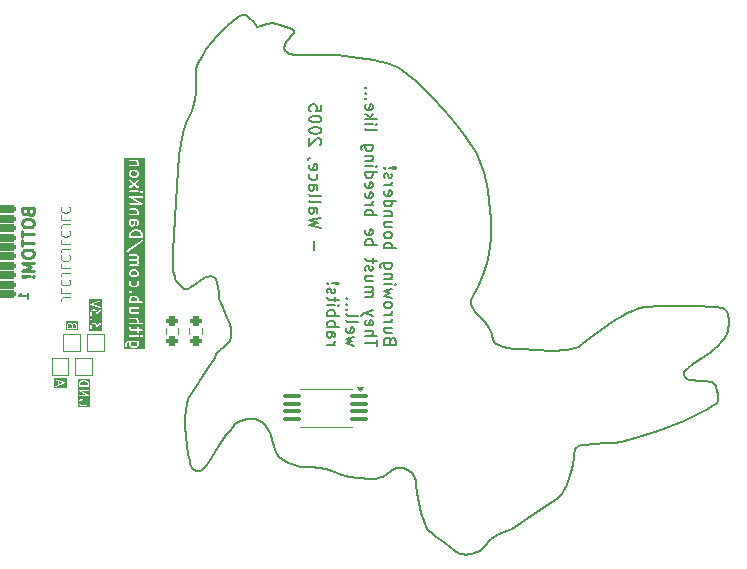
<source format=gbo>
G04 #@! TF.GenerationSoftware,KiCad,Pcbnew,8.0.1*
G04 #@! TF.CreationDate,2024-04-20T17:21:34+01:00*
G04 #@! TF.ProjectId,rabbit,72616262-6974-42e6-9b69-6361645f7063,rev?*
G04 #@! TF.SameCoordinates,Original*
G04 #@! TF.FileFunction,Legend,Bot*
G04 #@! TF.FilePolarity,Positive*
%FSLAX46Y46*%
G04 Gerber Fmt 4.6, Leading zero omitted, Abs format (unit mm)*
G04 Created by KiCad (PCBNEW 8.0.1) date 2024-04-20 17:21:34*
%MOMM*%
%LPD*%
G01*
G04 APERTURE LIST*
G04 Aperture macros list*
%AMRoundRect*
0 Rectangle with rounded corners*
0 $1 Rounding radius*
0 $2 $3 $4 $5 $6 $7 $8 $9 X,Y pos of 4 corners*
0 Add a 4 corners polygon primitive as box body*
4,1,4,$2,$3,$4,$5,$6,$7,$8,$9,$2,$3,0*
0 Add four circle primitives for the rounded corners*
1,1,$1+$1,$2,$3*
1,1,$1+$1,$4,$5*
1,1,$1+$1,$6,$7*
1,1,$1+$1,$8,$9*
0 Add four rect primitives between the rounded corners*
20,1,$1+$1,$2,$3,$4,$5,0*
20,1,$1+$1,$4,$5,$6,$7,0*
20,1,$1+$1,$6,$7,$8,$9,0*
20,1,$1+$1,$8,$9,$2,$3,0*%
G04 Aperture macros list end*
%ADD10C,0.150000*%
%ADD11C,0.100000*%
%ADD12C,0.250000*%
%ADD13C,0.200000*%
%ADD14C,0.120000*%
%ADD15RoundRect,0.150000X-1.600000X-0.150000X1.600000X-0.150000X1.600000X0.150000X-1.600000X0.150000X0*%
%ADD16RoundRect,0.150000X-1.200000X-0.150000X1.200000X-0.150000X1.200000X0.150000X-1.200000X0.150000X0*%
%ADD17C,0.700000*%
%ADD18C,4.400000*%
%ADD19R,1.800000X1.070000*%
%ADD20O,1.800000X1.070000*%
%ADD21R,1.000000X1.000000*%
%ADD22RoundRect,0.100000X0.637500X0.100000X-0.637500X0.100000X-0.637500X-0.100000X0.637500X-0.100000X0*%
%ADD23RoundRect,0.200000X-0.275000X0.200000X-0.275000X-0.200000X0.275000X-0.200000X0.275000X0.200000X0*%
G04 APERTURE END LIST*
D10*
X136127722Y-85382665D02*
X136908951Y-86125246D01*
X141555728Y-125102922D02*
X141312946Y-125232071D01*
X161358727Y-110927258D02*
X161408659Y-110964269D01*
X120165609Y-107593588D02*
X120376465Y-107337892D01*
X160065363Y-110718660D02*
X160799954Y-110763248D01*
X158883379Y-109989133D02*
X158836937Y-110198729D01*
X125127779Y-80753449D02*
X125661358Y-80976014D01*
X162236000Y-107160732D02*
X162086923Y-107372577D01*
X116440610Y-89758486D02*
X116695632Y-88917496D01*
X123355035Y-114443186D02*
X123166402Y-114281406D01*
X133706903Y-83856467D02*
X134145006Y-84009614D01*
X147702866Y-121029051D02*
X146671159Y-121704177D01*
X150552599Y-107394361D02*
X151199401Y-106880039D01*
X161408659Y-110964269D02*
X161449743Y-111009905D01*
X145071217Y-122776081D02*
X144816882Y-122962978D01*
X121739944Y-79778519D02*
X121873364Y-79865622D01*
X159306481Y-110655375D02*
X159616508Y-110693725D01*
X116007713Y-102468259D02*
X115875770Y-102290435D01*
X120365650Y-105939451D02*
X120163956Y-105410949D01*
X123560074Y-114682445D02*
X123355035Y-114443186D01*
X117535089Y-84338480D02*
X117592591Y-84108553D01*
X136612989Y-121948841D02*
X136422766Y-121084024D01*
X116602141Y-102985648D02*
X116526927Y-102968868D01*
X124290685Y-80498265D02*
X124665358Y-80592812D01*
X149580003Y-116630488D02*
X149534225Y-116825347D01*
X152270954Y-116022813D02*
X150279309Y-116152276D01*
X143175435Y-107703920D02*
X143520653Y-107838335D01*
X139441566Y-125094815D02*
X138613198Y-124495140D01*
X116219877Y-102708078D02*
X116007713Y-102468259D01*
X119214662Y-102127946D02*
X119100380Y-102008658D01*
X158902451Y-110410997D02*
X159071408Y-110576063D01*
X161730596Y-112364266D02*
X161691609Y-112477522D01*
X125787918Y-81275523D02*
X125730292Y-81403615D01*
X149449631Y-117767996D02*
X149361859Y-118234057D01*
X118825293Y-101879617D02*
X118665038Y-101871895D01*
X119283647Y-81542754D02*
X120180689Y-80708258D01*
X118247887Y-118086664D02*
X118110450Y-118207354D01*
X159071408Y-110576063D02*
X159306481Y-110655375D01*
X161543694Y-112669770D02*
X161418223Y-112765586D01*
X123166402Y-114281406D02*
X122970415Y-114151198D01*
X136074092Y-118991852D02*
X135950776Y-118770764D01*
X120376465Y-107337892D02*
X120487985Y-107059081D01*
X116738346Y-112700789D02*
X116871688Y-112304877D01*
X142947488Y-107569744D02*
X143175435Y-107703920D01*
X127353894Y-83128258D02*
X128736093Y-83144498D01*
X132236097Y-119010258D02*
X131309011Y-118972670D01*
X149656240Y-116459999D02*
X149580003Y-116630488D01*
X160981930Y-110793800D02*
X161154158Y-110841191D01*
X137116284Y-123235158D02*
X136986007Y-123041083D01*
X125031059Y-117522962D02*
X124775484Y-117347256D01*
X117426085Y-118314607D02*
X117346866Y-118257983D01*
X137510730Y-123649939D02*
X137286794Y-123434153D01*
X118972453Y-101928367D02*
X118825293Y-101879617D01*
X116752823Y-116206360D02*
X116674771Y-115407725D01*
X161553891Y-111212391D02*
X161659356Y-111566692D01*
X116725145Y-102968375D02*
X116602141Y-102985648D01*
X115578404Y-100717974D02*
X115595920Y-99760091D01*
X121873364Y-79865622D02*
X122031192Y-79994837D01*
X157820987Y-104405304D02*
X159649373Y-104427427D01*
X132634111Y-83586883D02*
X133204880Y-83715706D01*
X138613198Y-124495140D02*
X137798034Y-123891013D01*
X125763135Y-81030532D02*
X125787781Y-81054478D01*
X120478151Y-106368603D02*
X120365650Y-105939451D01*
X148853099Y-119692828D02*
X148695733Y-120009270D01*
X118733139Y-109420037D02*
X118949457Y-109066973D01*
X125804670Y-81167447D02*
X125787918Y-81275523D01*
X159616508Y-110693725D02*
X160065363Y-110718660D01*
X117505508Y-85355006D02*
X117511570Y-84696004D01*
X116998697Y-88190654D02*
X117152071Y-87863585D01*
X155561529Y-115321918D02*
X154485044Y-115638279D01*
X115619345Y-101426832D02*
X115578404Y-100717974D01*
X118404123Y-82649251D02*
X118855923Y-82036437D01*
X115595920Y-99760091D02*
X115841349Y-95546365D01*
X152422088Y-105988220D02*
X152993748Y-105612405D01*
X156459780Y-104433798D02*
X157820987Y-104405304D01*
X148695733Y-120009270D02*
X148524418Y-120275726D01*
X116674771Y-115407725D02*
X116630717Y-114600353D01*
X156673155Y-114949078D02*
X155561529Y-115321918D01*
X140635608Y-125426071D02*
X140382031Y-125438450D01*
X135550489Y-118370135D02*
X135302742Y-118220829D01*
X117511570Y-84696004D02*
X117535089Y-84338480D01*
X140328637Y-90035052D02*
X140819700Y-90738366D01*
X116992285Y-117552570D02*
X116860293Y-116939571D01*
X117486979Y-111227512D02*
X118057200Y-110403439D01*
X118855923Y-82036437D02*
X119283647Y-81542754D01*
X120381162Y-114941778D02*
X120108926Y-115318243D01*
X124390530Y-116921414D02*
X124237143Y-116626010D01*
X144567740Y-123112613D02*
X144255629Y-123263217D01*
X136145884Y-119242881D02*
X136074092Y-118991852D01*
X125798149Y-81080563D02*
X125804670Y-81167447D01*
X117062823Y-117787586D02*
X116992285Y-117552570D01*
X122763486Y-114050539D02*
X122546955Y-113980909D01*
X133204880Y-83715706D02*
X133706903Y-83856467D01*
X149219677Y-118735037D02*
X149013664Y-119305448D01*
X153483524Y-115883107D02*
X152942375Y-115975439D01*
X139912189Y-125376026D02*
X139706433Y-125276457D01*
X125331753Y-117679382D02*
X125031059Y-117522962D01*
X162604356Y-105278441D02*
X162641976Y-105506488D01*
X117972084Y-102168601D02*
X117498913Y-102496863D01*
X128736093Y-83144498D02*
X129573062Y-83177735D01*
X131989873Y-83469400D02*
X132634111Y-83586883D01*
X155506888Y-104514584D02*
X155937371Y-104467571D01*
X116840100Y-88541952D02*
X116998697Y-88190654D01*
X125787781Y-81054478D02*
X125798149Y-81080563D01*
X160707247Y-113192320D02*
X159837208Y-113640834D01*
X118625099Y-117618187D02*
X118408233Y-117912080D01*
X142438469Y-99275655D02*
X142326701Y-99955210D01*
X129900179Y-118736441D02*
X129661749Y-118650364D01*
X139111505Y-88495993D02*
X139754516Y-89281501D01*
X141213243Y-91372169D02*
X141495050Y-91915976D01*
X120163956Y-105410949D02*
X119858214Y-104727403D01*
X145657971Y-122351348D02*
X145071217Y-122776081D01*
X142327501Y-106239601D02*
X142444825Y-106441812D01*
X119115281Y-108758997D02*
X119258975Y-108497301D01*
X162255636Y-104652066D02*
X162365211Y-104759984D01*
X161631738Y-112575639D02*
X161543694Y-112669770D01*
X150279309Y-116152276D02*
X150102785Y-116175050D01*
X153532417Y-105287257D02*
X154032876Y-105015760D01*
X129661749Y-118650364D02*
X129456476Y-118548386D01*
X155162637Y-104574203D02*
X155506888Y-104514584D01*
X140833828Y-104313593D02*
X140958445Y-104581706D01*
X144816882Y-122962978D02*
X144567740Y-123112613D01*
X162641976Y-105506488D02*
X162653622Y-105755217D01*
X142444825Y-106441812D02*
X142531649Y-106627998D01*
X148524418Y-120275726D02*
X148317777Y-120518756D01*
X162637017Y-106021661D02*
X162598344Y-106269191D01*
X161427201Y-108073943D02*
X161168136Y-108285256D01*
X126046676Y-117920898D02*
X125672181Y-117813005D01*
X161168136Y-108285256D02*
X160831500Y-108516292D01*
X134521056Y-84174065D02*
X134963058Y-84433017D01*
X136179350Y-119524133D02*
X136145884Y-119242881D01*
X117270438Y-118181871D02*
X117198872Y-118085454D01*
X143940341Y-107933192D02*
X144462984Y-107996781D01*
X139754516Y-89281501D02*
X140328637Y-90035052D01*
X142086262Y-124627780D02*
X141940109Y-124802869D01*
X125843088Y-83113429D02*
X127353894Y-83128258D01*
X149933341Y-116224429D02*
X149777011Y-116318331D01*
X116860293Y-116939571D02*
X116752823Y-116206360D01*
X152993748Y-105612405D02*
X153532417Y-105287257D01*
X115718882Y-101926974D02*
X115661492Y-101696591D01*
X141408391Y-102812665D02*
X141084357Y-103354407D01*
X162137284Y-104577911D02*
X162255636Y-104652066D01*
X141881004Y-93072840D02*
X142064728Y-93824057D01*
X150102785Y-116175050D02*
X149933341Y-116224429D01*
X117152071Y-87863585D02*
X117261016Y-87578975D01*
X120180689Y-80708258D02*
X121042986Y-79961465D01*
X121860520Y-113963860D02*
X121626537Y-114020105D01*
X129573062Y-83177735D02*
X131268863Y-83362738D01*
X142218129Y-94603372D02*
X142351817Y-95470206D01*
X147588554Y-108173084D02*
X148093874Y-108173755D01*
X141495050Y-91915976D02*
X141684690Y-92414607D01*
X117198872Y-118085454D02*
X117134616Y-117968534D01*
X129456476Y-118548386D02*
X129028334Y-118350418D01*
X119258975Y-108497301D02*
X119401596Y-108297931D01*
X115841349Y-95546365D02*
X116113016Y-91646252D01*
X122093375Y-113937809D02*
X121860520Y-113963860D01*
X136265707Y-120213445D02*
X136179350Y-119524133D01*
X148093874Y-108173755D02*
X148545216Y-108152580D01*
X117713505Y-83821393D02*
X118000463Y-83277838D01*
X142587239Y-106793291D02*
X142618115Y-106958652D01*
X121463878Y-79727162D02*
X121550141Y-79718635D01*
X141513533Y-105236483D02*
X141987383Y-105771435D01*
X151822378Y-106411744D02*
X152422088Y-105988220D01*
X142351817Y-95470206D02*
X142443356Y-96277585D01*
X133720740Y-118578552D02*
X133337390Y-118829439D01*
X142326701Y-99955210D02*
X142147053Y-100753567D01*
X116243882Y-90677368D02*
X116440610Y-89758486D01*
X122409567Y-80385674D02*
X122728325Y-80756033D01*
X121213146Y-79842866D02*
X121354489Y-79765152D01*
X135302742Y-118220829D02*
X135039565Y-118124399D01*
X154489414Y-104800893D02*
X154895068Y-104645626D01*
X142368076Y-124272203D02*
X142086262Y-124627780D01*
X121626537Y-114020105D02*
X121355163Y-114116065D01*
X123968926Y-115729490D02*
X123861408Y-115322606D01*
X149928420Y-107825601D02*
X150219232Y-107644488D01*
X119401596Y-108297931D02*
X119585869Y-108103839D01*
X142147053Y-100753567D02*
X141930106Y-101535935D01*
X123022551Y-80654168D02*
X123541739Y-80530070D01*
X135039565Y-118124399D02*
X134775811Y-118090657D01*
X145120834Y-108037246D02*
X146414027Y-108109167D01*
X124569462Y-117156237D02*
X124390530Y-116921414D01*
X133063135Y-118949708D02*
X132918466Y-118981891D01*
X149635226Y-107947482D02*
X149928420Y-107825601D01*
X161630504Y-104490182D02*
X161985252Y-104529492D01*
X119458171Y-103326512D02*
X119413277Y-102792294D01*
X118949457Y-109066973D02*
X119115281Y-108758997D01*
X140958445Y-104581706D02*
X141179267Y-104871741D01*
X149311354Y-108040786D02*
X149635226Y-107947482D01*
X161659356Y-111566692D02*
X161716249Y-111825838D01*
X141987383Y-105771435D02*
X142327501Y-106239601D01*
X134963058Y-84433017D02*
X135488081Y-84826414D01*
X125380132Y-83022844D02*
X125552483Y-83087215D01*
X127329379Y-118067085D02*
X126875019Y-118049805D01*
X141765997Y-124958356D02*
X141555728Y-125102922D01*
X124018890Y-80468856D02*
X124290685Y-80498265D01*
X142771970Y-107399555D02*
X142947488Y-107569744D01*
X117134616Y-117968534D02*
X117062823Y-117787586D01*
X157781701Y-114534620D02*
X156673155Y-114949078D01*
X158849113Y-114093490D02*
X157781701Y-114534620D01*
X116630717Y-114600353D02*
X116624759Y-113840791D01*
X125609590Y-81574996D02*
X125408650Y-81799868D01*
X158836937Y-110198729D02*
X158902451Y-110410997D01*
X125730292Y-81403615D02*
X125609590Y-81574996D01*
X149777011Y-116318331D02*
X149656240Y-116459999D01*
X131268863Y-83362738D02*
X131989873Y-83469400D01*
X144462984Y-107996781D02*
X145120834Y-108037246D01*
X117498913Y-102496863D02*
X116960734Y-102870395D01*
X118665038Y-101871895D02*
X118503587Y-101902430D01*
X122728325Y-80756033D02*
X123022551Y-80654168D01*
X141312946Y-125232071D02*
X141081827Y-125327128D01*
X142534093Y-124113451D02*
X142368076Y-124272203D01*
X124237143Y-116626010D02*
X124099482Y-116239499D01*
X121550141Y-79718635D02*
X121634999Y-79733200D01*
X140800369Y-104047459D02*
X140833828Y-104313593D01*
X116660264Y-113187815D02*
X116738346Y-112700789D01*
X129028334Y-118350418D02*
X128499240Y-118196991D01*
X133337390Y-118829439D02*
X133196761Y-118900921D01*
X122970415Y-114151198D02*
X122763486Y-114050539D01*
X149013664Y-119305448D02*
X148853099Y-119692828D01*
X120862933Y-114417552D02*
X120626723Y-114646768D01*
X149492783Y-117289886D02*
X149449631Y-117767996D01*
X121103320Y-114243656D02*
X120862933Y-114417552D01*
X142722124Y-123970518D02*
X142534093Y-124113451D01*
X162086923Y-107372577D02*
X161690085Y-107822008D01*
X143819145Y-123445295D02*
X143174507Y-123720104D01*
X144255629Y-123263217D02*
X143819145Y-123445295D01*
X155937371Y-104467571D02*
X156459780Y-104433798D01*
X115875770Y-102290435D02*
X115790935Y-102123425D01*
X118334981Y-101965335D02*
X117972084Y-102168601D01*
X135950776Y-118770764D02*
X135775031Y-118565217D01*
X117674190Y-118380248D02*
X117589121Y-118374738D01*
X117592591Y-84108553D02*
X117713505Y-83821393D01*
X140861124Y-103718147D02*
X140810757Y-103881762D01*
X142064728Y-93824057D02*
X142218129Y-94603372D01*
X124665358Y-80592812D02*
X125127779Y-80753449D01*
X148949450Y-108108658D02*
X149311354Y-108040786D01*
X118408233Y-117912080D02*
X118247887Y-118086664D01*
X117341514Y-87279556D02*
X117416809Y-86897581D01*
X118000463Y-83277838D02*
X118404123Y-82649251D01*
X121634999Y-79733200D02*
X121739944Y-79778519D01*
X142496212Y-98610246D02*
X142438469Y-99275655D01*
X130518414Y-118878701D02*
X130188119Y-118813429D01*
X141685994Y-102216137D02*
X141408391Y-102812665D01*
X151199401Y-106880039D02*
X151822378Y-106411744D01*
X140116677Y-125424634D02*
X139912189Y-125376026D01*
X119341235Y-102403982D02*
X119214662Y-102127946D01*
X141081827Y-125327128D02*
X140862531Y-125390069D01*
X131309011Y-118972670D02*
X130518414Y-118878701D01*
X158995732Y-109813169D02*
X158883379Y-109989133D01*
X123541739Y-80530070D02*
X124018890Y-80468856D01*
X117346866Y-118257983D02*
X117270438Y-118181871D01*
X142531649Y-106627998D02*
X142587239Y-106793291D01*
X134331602Y-118183012D02*
X134077119Y-118333634D01*
X134077119Y-118333634D02*
X133720740Y-118578552D01*
X124775484Y-117347256D02*
X124569462Y-117156237D01*
X130188119Y-118813429D02*
X129900179Y-118736441D01*
X160799954Y-110763248D02*
X160981930Y-110793800D01*
X161449743Y-111009905D02*
X161553891Y-111212391D01*
X137286794Y-123434153D02*
X137116284Y-123235158D01*
X132744659Y-119001040D02*
X132236097Y-119010258D01*
X116835781Y-102933564D02*
X116725145Y-102968375D01*
X118057200Y-110403439D02*
X118733139Y-109420037D01*
X141940109Y-124802869D02*
X141765997Y-124958356D01*
X137798034Y-123891013D02*
X137510730Y-123649939D01*
X120108926Y-115318243D02*
X119426812Y-116371874D01*
X161716249Y-111825838D02*
X161746134Y-112044680D01*
X143174507Y-123720104D02*
X142722124Y-123970518D01*
X116960734Y-102870395D02*
X116835781Y-102933564D01*
X160831500Y-108516292D02*
X160332605Y-108827748D01*
X117768321Y-118368196D02*
X117674190Y-118380248D01*
X161418223Y-112765586D02*
X160707247Y-113192320D01*
X137674863Y-86900352D02*
X138413631Y-87696386D01*
X125094059Y-82773736D02*
X125226546Y-82910049D01*
X120513560Y-106748980D02*
X120478151Y-106368603D01*
X141684690Y-92414607D02*
X141881004Y-93072840D01*
X125184168Y-82049702D02*
X125033575Y-82282273D01*
X152942375Y-115975439D02*
X152270954Y-116022813D01*
X143520653Y-107838335D02*
X143940341Y-107933192D01*
X136908951Y-86125246D02*
X137674863Y-86900352D01*
X140862531Y-125390069D02*
X140635608Y-125426071D01*
X142512814Y-97851842D02*
X142496212Y-98610246D01*
X127919133Y-118100335D02*
X127329379Y-118067085D01*
X119426812Y-116371874D02*
X118625099Y-117618187D01*
X136986007Y-123041083D02*
X136882658Y-122837113D01*
X142618115Y-106958652D02*
X142662360Y-107183954D01*
X148545216Y-108152580D02*
X148949450Y-108108658D01*
X150219232Y-107644488D02*
X150552599Y-107394361D01*
X117895117Y-118332223D02*
X117768321Y-118368196D01*
X142662360Y-107183954D02*
X142771970Y-107399555D01*
X125226546Y-82910049D02*
X125380132Y-83022844D01*
X117486770Y-86320313D02*
X117505508Y-85355006D01*
X121042986Y-79961465D02*
X121213146Y-79842866D01*
X119498060Y-103775822D02*
X119458171Y-103326512D01*
X118503587Y-101902430D02*
X118334981Y-101965335D01*
X116695632Y-88917496D02*
X116840100Y-88541952D01*
X148317777Y-120518756D02*
X148051177Y-120763431D01*
X149534225Y-116825347D02*
X149492783Y-117289886D01*
X162462416Y-104901583D02*
X162543414Y-105075455D01*
X118110450Y-118207354D02*
X117999815Y-118283683D01*
X117589121Y-118374738D02*
X117506839Y-118353067D01*
X159621567Y-109285154D02*
X159156679Y-109645049D01*
X141930106Y-101535935D02*
X141685994Y-102216137D01*
X122322834Y-113943281D02*
X122093375Y-113937809D01*
X117506839Y-118353067D02*
X117426085Y-118314607D01*
X162653622Y-105755217D02*
X162637017Y-106021661D01*
X120626723Y-114646768D02*
X120381162Y-114941778D01*
X126449518Y-118000564D02*
X126046676Y-117920898D01*
X135488081Y-84826414D02*
X136127722Y-85382665D01*
X119585869Y-108103839D02*
X119857917Y-107866436D01*
X140819700Y-90738366D02*
X141213243Y-91372169D01*
X159837208Y-113640834D02*
X158849113Y-114093490D01*
X121354489Y-79765152D02*
X121463878Y-79727162D01*
X140810757Y-103881762D02*
X140800369Y-104047459D01*
X116624759Y-113840791D02*
X116660264Y-113187815D01*
X133196761Y-118900921D02*
X133063135Y-118949708D01*
X154485044Y-115638279D02*
X153483524Y-115883107D01*
X136882658Y-122837113D02*
X136796102Y-122610153D01*
X139706433Y-125276457D02*
X139441566Y-125094815D01*
X148051177Y-120763431D02*
X147702866Y-121029051D01*
X119100380Y-102008658D02*
X118972453Y-101928367D01*
X125552483Y-83087215D02*
X125843088Y-83113429D01*
X126875019Y-118049805D02*
X126449518Y-118000564D01*
X162360943Y-106945935D02*
X162236000Y-107160732D01*
X136422766Y-121084024D02*
X136265707Y-120213445D01*
X161985252Y-104529492D02*
X162137284Y-104577911D01*
X162461635Y-106728309D02*
X162360943Y-106945935D01*
X135775031Y-118565217D02*
X135550489Y-118370135D01*
X117261016Y-87578975D02*
X117341514Y-87279556D01*
X125408650Y-81799868D02*
X125184168Y-82049702D01*
X141084357Y-103354407D02*
X140861124Y-103718147D01*
X159649373Y-104427427D02*
X161630504Y-104490182D01*
X117106130Y-111837856D02*
X117486979Y-111227512D01*
X119857917Y-107866436D02*
X120165609Y-107593588D01*
X120487985Y-107059081D02*
X120513560Y-106748980D01*
X161746134Y-112044680D02*
X161749863Y-112222864D01*
X162365211Y-104759984D02*
X162462416Y-104901583D01*
X115661492Y-101696591D02*
X115619345Y-101426832D01*
X124988821Y-82543586D02*
X125094059Y-82773736D01*
X119413277Y-102792294D02*
X119341235Y-102403982D01*
X161690085Y-107822008D02*
X161427201Y-108073943D01*
X132918466Y-118981891D02*
X132744659Y-119001040D01*
X142443356Y-96277585D02*
X142495954Y-97059670D01*
X134550574Y-118106991D02*
X134331602Y-118183012D01*
X146671159Y-121704177D02*
X145657971Y-122351348D01*
X122546955Y-113980909D02*
X122322834Y-113943281D01*
X142495954Y-97059670D02*
X142512814Y-97851842D01*
X117416809Y-86897581D02*
X117486770Y-86320313D01*
X154032876Y-105015760D02*
X154489414Y-104800893D01*
X149361859Y-118234057D02*
X149219677Y-118735037D01*
X140382031Y-125438450D02*
X140116677Y-125424634D01*
X115790935Y-102123425D02*
X115718882Y-101926974D01*
X123861408Y-115322606D02*
X123727737Y-114974757D01*
X125661358Y-80976014D02*
X125763135Y-81030532D01*
X161691609Y-112477522D02*
X161631738Y-112575639D01*
X162598344Y-106269191D02*
X162540200Y-106504064D01*
X146414027Y-108109167D02*
X147588554Y-108173084D01*
X116526927Y-102968868D02*
X116411168Y-102892358D01*
X159156679Y-109645049D02*
X158995732Y-109813169D01*
X116871688Y-112304877D02*
X117106130Y-111837856D01*
X161749863Y-112222864D02*
X161730596Y-112364266D01*
X121355163Y-114116065D02*
X121103320Y-114243656D01*
X134145006Y-84009614D02*
X134521056Y-84174065D01*
X116411168Y-102892358D02*
X116219877Y-102708078D01*
X117999815Y-118283683D02*
X117895117Y-118332223D01*
X162540200Y-106504064D02*
X162461635Y-106728309D01*
X141179267Y-104871741D02*
X141513533Y-105236483D01*
X116113016Y-91646252D02*
X116243882Y-90677368D01*
X123727737Y-114974757D02*
X123560074Y-114682445D01*
X161154158Y-110841191D02*
X161358727Y-110927258D01*
X134775811Y-118090657D02*
X134550574Y-118106991D01*
X119539480Y-104011573D02*
X119498060Y-103775822D01*
X154895068Y-104645626D02*
X155162637Y-104574203D01*
X125033575Y-82282273D02*
X124988821Y-82543586D01*
X136796102Y-122610153D02*
X136612989Y-121948841D01*
X122031192Y-79994837D02*
X122409567Y-80385674D01*
X162543414Y-105075455D02*
X162604356Y-105278441D01*
X138413631Y-87696386D02*
X139111505Y-88495993D01*
X119858214Y-104727403D02*
X119539480Y-104011573D01*
X124099482Y-116239499D02*
X123968926Y-115729490D01*
X160332605Y-108827748D02*
X159621567Y-109285154D01*
X128499240Y-118196991D02*
X127919133Y-118100335D01*
X125672181Y-117813005D02*
X125331753Y-117679382D01*
D11*
G36*
X106942690Y-105913119D02*
G01*
X106971269Y-105938865D01*
X107004260Y-106029524D01*
X107004152Y-106030068D01*
X107007063Y-106248722D01*
X106684557Y-106250221D01*
X106681736Y-106010134D01*
X106708633Y-105951050D01*
X106735195Y-105921566D01*
X106794051Y-105889403D01*
X106884901Y-105886812D01*
X106942690Y-105913119D01*
G37*
G36*
X107323645Y-105951214D02*
G01*
X107353130Y-105977778D01*
X107385188Y-106036446D01*
X107387992Y-106246952D01*
X107103506Y-106248274D01*
X107100841Y-106048104D01*
X107127679Y-105989145D01*
X107154243Y-105959660D01*
X107213246Y-105927418D01*
X107266683Y-105925285D01*
X107323645Y-105951214D01*
G37*
G36*
X107573993Y-106435623D02*
G01*
X106496215Y-106435623D01*
X106496215Y-105991972D01*
X106585104Y-105991972D01*
X106588910Y-106315868D01*
X106615970Y-106342928D01*
X106635104Y-106346734D01*
X107454238Y-106342928D01*
X107481298Y-106315868D01*
X107485104Y-106296734D01*
X107481639Y-106036540D01*
X107484978Y-106026524D01*
X107481328Y-106013193D01*
X107481298Y-106010934D01*
X107480487Y-106010123D01*
X107479826Y-106007708D01*
X107443203Y-105940688D01*
X107443203Y-105934742D01*
X107432364Y-105918521D01*
X107429853Y-105916258D01*
X107429769Y-105916105D01*
X107429631Y-105916059D01*
X107398285Y-105887819D01*
X107396686Y-105883022D01*
X107381275Y-105871061D01*
X107378057Y-105869596D01*
X107378048Y-105869588D01*
X107378039Y-105869588D01*
X107308128Y-105837764D01*
X107301857Y-105831493D01*
X107288525Y-105828841D01*
X107286267Y-105827813D01*
X107285179Y-105828175D01*
X107282723Y-105827687D01*
X107211180Y-105830543D01*
X107202989Y-105827813D01*
X107189916Y-105831392D01*
X107187399Y-105831493D01*
X107186588Y-105832303D01*
X107184173Y-105832965D01*
X107117154Y-105869588D01*
X107111207Y-105869588D01*
X107094986Y-105880427D01*
X107092723Y-105882937D01*
X107092570Y-105883022D01*
X107092524Y-105883159D01*
X107064998Y-105913713D01*
X107062250Y-105906161D01*
X107062250Y-105896647D01*
X107054647Y-105885268D01*
X107053830Y-105883022D01*
X107052803Y-105882508D01*
X107051412Y-105880426D01*
X107017332Y-105849724D01*
X107015733Y-105844927D01*
X107000322Y-105832966D01*
X106997103Y-105831501D01*
X106997095Y-105831493D01*
X106997086Y-105831493D01*
X106927176Y-105799668D01*
X106920905Y-105793397D01*
X106907575Y-105790745D01*
X106905316Y-105789717D01*
X106904227Y-105790079D01*
X106901771Y-105789591D01*
X106792880Y-105792697D01*
X106783939Y-105789717D01*
X106770751Y-105793328D01*
X106768351Y-105793397D01*
X106767539Y-105794208D01*
X106765123Y-105794870D01*
X106698105Y-105831493D01*
X106692160Y-105831493D01*
X106675939Y-105842332D01*
X106673677Y-105844841D01*
X106673522Y-105844927D01*
X106673475Y-105845066D01*
X106645237Y-105876410D01*
X106640440Y-105878010D01*
X106628479Y-105893421D01*
X106627014Y-105896639D01*
X106627006Y-105896648D01*
X106627006Y-105896656D01*
X106595181Y-105966566D01*
X106588910Y-105972838D01*
X106586258Y-105986167D01*
X106585230Y-105988427D01*
X106585592Y-105989515D01*
X106585104Y-105991972D01*
X106496215Y-105991972D01*
X106496215Y-105700702D01*
X107573993Y-105700702D01*
X107573993Y-106435623D01*
G37*
D10*
X133983906Y-107329887D02*
X133936287Y-107187030D01*
X133936287Y-107187030D02*
X133888668Y-107139411D01*
X133888668Y-107139411D02*
X133793430Y-107091792D01*
X133793430Y-107091792D02*
X133650573Y-107091792D01*
X133650573Y-107091792D02*
X133555335Y-107139411D01*
X133555335Y-107139411D02*
X133507716Y-107187030D01*
X133507716Y-107187030D02*
X133460096Y-107282268D01*
X133460096Y-107282268D02*
X133460096Y-107663220D01*
X133460096Y-107663220D02*
X134460096Y-107663220D01*
X134460096Y-107663220D02*
X134460096Y-107329887D01*
X134460096Y-107329887D02*
X134412477Y-107234649D01*
X134412477Y-107234649D02*
X134364858Y-107187030D01*
X134364858Y-107187030D02*
X134269620Y-107139411D01*
X134269620Y-107139411D02*
X134174382Y-107139411D01*
X134174382Y-107139411D02*
X134079144Y-107187030D01*
X134079144Y-107187030D02*
X134031525Y-107234649D01*
X134031525Y-107234649D02*
X133983906Y-107329887D01*
X133983906Y-107329887D02*
X133983906Y-107663220D01*
X134126763Y-106234649D02*
X133460096Y-106234649D01*
X134126763Y-106663220D02*
X133602954Y-106663220D01*
X133602954Y-106663220D02*
X133507716Y-106615601D01*
X133507716Y-106615601D02*
X133460096Y-106520363D01*
X133460096Y-106520363D02*
X133460096Y-106377506D01*
X133460096Y-106377506D02*
X133507716Y-106282268D01*
X133507716Y-106282268D02*
X133555335Y-106234649D01*
X133460096Y-105758458D02*
X134126763Y-105758458D01*
X133936287Y-105758458D02*
X134031525Y-105710839D01*
X134031525Y-105710839D02*
X134079144Y-105663220D01*
X134079144Y-105663220D02*
X134126763Y-105567982D01*
X134126763Y-105567982D02*
X134126763Y-105472744D01*
X133460096Y-105139410D02*
X134126763Y-105139410D01*
X133936287Y-105139410D02*
X134031525Y-105091791D01*
X134031525Y-105091791D02*
X134079144Y-105044172D01*
X134079144Y-105044172D02*
X134126763Y-104948934D01*
X134126763Y-104948934D02*
X134126763Y-104853696D01*
X133460096Y-104377505D02*
X133507716Y-104472743D01*
X133507716Y-104472743D02*
X133555335Y-104520362D01*
X133555335Y-104520362D02*
X133650573Y-104567981D01*
X133650573Y-104567981D02*
X133936287Y-104567981D01*
X133936287Y-104567981D02*
X134031525Y-104520362D01*
X134031525Y-104520362D02*
X134079144Y-104472743D01*
X134079144Y-104472743D02*
X134126763Y-104377505D01*
X134126763Y-104377505D02*
X134126763Y-104234648D01*
X134126763Y-104234648D02*
X134079144Y-104139410D01*
X134079144Y-104139410D02*
X134031525Y-104091791D01*
X134031525Y-104091791D02*
X133936287Y-104044172D01*
X133936287Y-104044172D02*
X133650573Y-104044172D01*
X133650573Y-104044172D02*
X133555335Y-104091791D01*
X133555335Y-104091791D02*
X133507716Y-104139410D01*
X133507716Y-104139410D02*
X133460096Y-104234648D01*
X133460096Y-104234648D02*
X133460096Y-104377505D01*
X134126763Y-103710838D02*
X133460096Y-103520362D01*
X133460096Y-103520362D02*
X133936287Y-103329886D01*
X133936287Y-103329886D02*
X133460096Y-103139410D01*
X133460096Y-103139410D02*
X134126763Y-102948934D01*
X133460096Y-102567981D02*
X134126763Y-102567981D01*
X134460096Y-102567981D02*
X134412477Y-102615600D01*
X134412477Y-102615600D02*
X134364858Y-102567981D01*
X134364858Y-102567981D02*
X134412477Y-102520362D01*
X134412477Y-102520362D02*
X134460096Y-102567981D01*
X134460096Y-102567981D02*
X134364858Y-102567981D01*
X134126763Y-102091791D02*
X133460096Y-102091791D01*
X134031525Y-102091791D02*
X134079144Y-102044172D01*
X134079144Y-102044172D02*
X134126763Y-101948934D01*
X134126763Y-101948934D02*
X134126763Y-101806077D01*
X134126763Y-101806077D02*
X134079144Y-101710839D01*
X134079144Y-101710839D02*
X133983906Y-101663220D01*
X133983906Y-101663220D02*
X133460096Y-101663220D01*
X134126763Y-100758458D02*
X133317239Y-100758458D01*
X133317239Y-100758458D02*
X133222001Y-100806077D01*
X133222001Y-100806077D02*
X133174382Y-100853696D01*
X133174382Y-100853696D02*
X133126763Y-100948934D01*
X133126763Y-100948934D02*
X133126763Y-101091791D01*
X133126763Y-101091791D02*
X133174382Y-101187029D01*
X133507716Y-100758458D02*
X133460096Y-100853696D01*
X133460096Y-100853696D02*
X133460096Y-101044172D01*
X133460096Y-101044172D02*
X133507716Y-101139410D01*
X133507716Y-101139410D02*
X133555335Y-101187029D01*
X133555335Y-101187029D02*
X133650573Y-101234648D01*
X133650573Y-101234648D02*
X133936287Y-101234648D01*
X133936287Y-101234648D02*
X134031525Y-101187029D01*
X134031525Y-101187029D02*
X134079144Y-101139410D01*
X134079144Y-101139410D02*
X134126763Y-101044172D01*
X134126763Y-101044172D02*
X134126763Y-100853696D01*
X134126763Y-100853696D02*
X134079144Y-100758458D01*
X133460096Y-99520362D02*
X134460096Y-99520362D01*
X134079144Y-99520362D02*
X134126763Y-99425124D01*
X134126763Y-99425124D02*
X134126763Y-99234648D01*
X134126763Y-99234648D02*
X134079144Y-99139410D01*
X134079144Y-99139410D02*
X134031525Y-99091791D01*
X134031525Y-99091791D02*
X133936287Y-99044172D01*
X133936287Y-99044172D02*
X133650573Y-99044172D01*
X133650573Y-99044172D02*
X133555335Y-99091791D01*
X133555335Y-99091791D02*
X133507716Y-99139410D01*
X133507716Y-99139410D02*
X133460096Y-99234648D01*
X133460096Y-99234648D02*
X133460096Y-99425124D01*
X133460096Y-99425124D02*
X133507716Y-99520362D01*
X133460096Y-98472743D02*
X133507716Y-98567981D01*
X133507716Y-98567981D02*
X133555335Y-98615600D01*
X133555335Y-98615600D02*
X133650573Y-98663219D01*
X133650573Y-98663219D02*
X133936287Y-98663219D01*
X133936287Y-98663219D02*
X134031525Y-98615600D01*
X134031525Y-98615600D02*
X134079144Y-98567981D01*
X134079144Y-98567981D02*
X134126763Y-98472743D01*
X134126763Y-98472743D02*
X134126763Y-98329886D01*
X134126763Y-98329886D02*
X134079144Y-98234648D01*
X134079144Y-98234648D02*
X134031525Y-98187029D01*
X134031525Y-98187029D02*
X133936287Y-98139410D01*
X133936287Y-98139410D02*
X133650573Y-98139410D01*
X133650573Y-98139410D02*
X133555335Y-98187029D01*
X133555335Y-98187029D02*
X133507716Y-98234648D01*
X133507716Y-98234648D02*
X133460096Y-98329886D01*
X133460096Y-98329886D02*
X133460096Y-98472743D01*
X134126763Y-97282267D02*
X133460096Y-97282267D01*
X134126763Y-97710838D02*
X133602954Y-97710838D01*
X133602954Y-97710838D02*
X133507716Y-97663219D01*
X133507716Y-97663219D02*
X133460096Y-97567981D01*
X133460096Y-97567981D02*
X133460096Y-97425124D01*
X133460096Y-97425124D02*
X133507716Y-97329886D01*
X133507716Y-97329886D02*
X133555335Y-97282267D01*
X134126763Y-96806076D02*
X133460096Y-96806076D01*
X134031525Y-96806076D02*
X134079144Y-96758457D01*
X134079144Y-96758457D02*
X134126763Y-96663219D01*
X134126763Y-96663219D02*
X134126763Y-96520362D01*
X134126763Y-96520362D02*
X134079144Y-96425124D01*
X134079144Y-96425124D02*
X133983906Y-96377505D01*
X133983906Y-96377505D02*
X133460096Y-96377505D01*
X133460096Y-95472743D02*
X134460096Y-95472743D01*
X133507716Y-95472743D02*
X133460096Y-95567981D01*
X133460096Y-95567981D02*
X133460096Y-95758457D01*
X133460096Y-95758457D02*
X133507716Y-95853695D01*
X133507716Y-95853695D02*
X133555335Y-95901314D01*
X133555335Y-95901314D02*
X133650573Y-95948933D01*
X133650573Y-95948933D02*
X133936287Y-95948933D01*
X133936287Y-95948933D02*
X134031525Y-95901314D01*
X134031525Y-95901314D02*
X134079144Y-95853695D01*
X134079144Y-95853695D02*
X134126763Y-95758457D01*
X134126763Y-95758457D02*
X134126763Y-95567981D01*
X134126763Y-95567981D02*
X134079144Y-95472743D01*
X133507716Y-94615600D02*
X133460096Y-94710838D01*
X133460096Y-94710838D02*
X133460096Y-94901314D01*
X133460096Y-94901314D02*
X133507716Y-94996552D01*
X133507716Y-94996552D02*
X133602954Y-95044171D01*
X133602954Y-95044171D02*
X133983906Y-95044171D01*
X133983906Y-95044171D02*
X134079144Y-94996552D01*
X134079144Y-94996552D02*
X134126763Y-94901314D01*
X134126763Y-94901314D02*
X134126763Y-94710838D01*
X134126763Y-94710838D02*
X134079144Y-94615600D01*
X134079144Y-94615600D02*
X133983906Y-94567981D01*
X133983906Y-94567981D02*
X133888668Y-94567981D01*
X133888668Y-94567981D02*
X133793430Y-95044171D01*
X133460096Y-94139409D02*
X134126763Y-94139409D01*
X133936287Y-94139409D02*
X134031525Y-94091790D01*
X134031525Y-94091790D02*
X134079144Y-94044171D01*
X134079144Y-94044171D02*
X134126763Y-93948933D01*
X134126763Y-93948933D02*
X134126763Y-93853695D01*
X133507716Y-93567980D02*
X133460096Y-93472742D01*
X133460096Y-93472742D02*
X133460096Y-93282266D01*
X133460096Y-93282266D02*
X133507716Y-93187028D01*
X133507716Y-93187028D02*
X133602954Y-93139409D01*
X133602954Y-93139409D02*
X133650573Y-93139409D01*
X133650573Y-93139409D02*
X133745811Y-93187028D01*
X133745811Y-93187028D02*
X133793430Y-93282266D01*
X133793430Y-93282266D02*
X133793430Y-93425123D01*
X133793430Y-93425123D02*
X133841049Y-93520361D01*
X133841049Y-93520361D02*
X133936287Y-93567980D01*
X133936287Y-93567980D02*
X133983906Y-93567980D01*
X133983906Y-93567980D02*
X134079144Y-93520361D01*
X134079144Y-93520361D02*
X134126763Y-93425123D01*
X134126763Y-93425123D02*
X134126763Y-93282266D01*
X134126763Y-93282266D02*
X134079144Y-93187028D01*
X133555335Y-92710837D02*
X133507716Y-92663218D01*
X133507716Y-92663218D02*
X133460096Y-92710837D01*
X133460096Y-92710837D02*
X133507716Y-92758456D01*
X133507716Y-92758456D02*
X133555335Y-92710837D01*
X133555335Y-92710837D02*
X133460096Y-92710837D01*
X133841049Y-92710837D02*
X134412477Y-92758456D01*
X134412477Y-92758456D02*
X134460096Y-92710837D01*
X134460096Y-92710837D02*
X134412477Y-92663218D01*
X134412477Y-92663218D02*
X133841049Y-92710837D01*
X133841049Y-92710837D02*
X134460096Y-92710837D01*
X132850152Y-107806077D02*
X132850152Y-107234649D01*
X131850152Y-107520363D02*
X132850152Y-107520363D01*
X131850152Y-106901315D02*
X132850152Y-106901315D01*
X131850152Y-106472744D02*
X132373962Y-106472744D01*
X132373962Y-106472744D02*
X132469200Y-106520363D01*
X132469200Y-106520363D02*
X132516819Y-106615601D01*
X132516819Y-106615601D02*
X132516819Y-106758458D01*
X132516819Y-106758458D02*
X132469200Y-106853696D01*
X132469200Y-106853696D02*
X132421581Y-106901315D01*
X131897772Y-105615601D02*
X131850152Y-105710839D01*
X131850152Y-105710839D02*
X131850152Y-105901315D01*
X131850152Y-105901315D02*
X131897772Y-105996553D01*
X131897772Y-105996553D02*
X131993010Y-106044172D01*
X131993010Y-106044172D02*
X132373962Y-106044172D01*
X132373962Y-106044172D02*
X132469200Y-105996553D01*
X132469200Y-105996553D02*
X132516819Y-105901315D01*
X132516819Y-105901315D02*
X132516819Y-105710839D01*
X132516819Y-105710839D02*
X132469200Y-105615601D01*
X132469200Y-105615601D02*
X132373962Y-105567982D01*
X132373962Y-105567982D02*
X132278724Y-105567982D01*
X132278724Y-105567982D02*
X132183486Y-106044172D01*
X132516819Y-105234648D02*
X131850152Y-104996553D01*
X132516819Y-104758458D02*
X131850152Y-104996553D01*
X131850152Y-104996553D02*
X131612057Y-105091791D01*
X131612057Y-105091791D02*
X131564438Y-105139410D01*
X131564438Y-105139410D02*
X131516819Y-105234648D01*
X131850152Y-103615600D02*
X132516819Y-103615600D01*
X132421581Y-103615600D02*
X132469200Y-103567981D01*
X132469200Y-103567981D02*
X132516819Y-103472743D01*
X132516819Y-103472743D02*
X132516819Y-103329886D01*
X132516819Y-103329886D02*
X132469200Y-103234648D01*
X132469200Y-103234648D02*
X132373962Y-103187029D01*
X132373962Y-103187029D02*
X131850152Y-103187029D01*
X132373962Y-103187029D02*
X132469200Y-103139410D01*
X132469200Y-103139410D02*
X132516819Y-103044172D01*
X132516819Y-103044172D02*
X132516819Y-102901315D01*
X132516819Y-102901315D02*
X132469200Y-102806076D01*
X132469200Y-102806076D02*
X132373962Y-102758457D01*
X132373962Y-102758457D02*
X131850152Y-102758457D01*
X132516819Y-101853696D02*
X131850152Y-101853696D01*
X132516819Y-102282267D02*
X131993010Y-102282267D01*
X131993010Y-102282267D02*
X131897772Y-102234648D01*
X131897772Y-102234648D02*
X131850152Y-102139410D01*
X131850152Y-102139410D02*
X131850152Y-101996553D01*
X131850152Y-101996553D02*
X131897772Y-101901315D01*
X131897772Y-101901315D02*
X131945391Y-101853696D01*
X131897772Y-101425124D02*
X131850152Y-101329886D01*
X131850152Y-101329886D02*
X131850152Y-101139410D01*
X131850152Y-101139410D02*
X131897772Y-101044172D01*
X131897772Y-101044172D02*
X131993010Y-100996553D01*
X131993010Y-100996553D02*
X132040629Y-100996553D01*
X132040629Y-100996553D02*
X132135867Y-101044172D01*
X132135867Y-101044172D02*
X132183486Y-101139410D01*
X132183486Y-101139410D02*
X132183486Y-101282267D01*
X132183486Y-101282267D02*
X132231105Y-101377505D01*
X132231105Y-101377505D02*
X132326343Y-101425124D01*
X132326343Y-101425124D02*
X132373962Y-101425124D01*
X132373962Y-101425124D02*
X132469200Y-101377505D01*
X132469200Y-101377505D02*
X132516819Y-101282267D01*
X132516819Y-101282267D02*
X132516819Y-101139410D01*
X132516819Y-101139410D02*
X132469200Y-101044172D01*
X132516819Y-100710838D02*
X132516819Y-100329886D01*
X132850152Y-100567981D02*
X131993010Y-100567981D01*
X131993010Y-100567981D02*
X131897772Y-100520362D01*
X131897772Y-100520362D02*
X131850152Y-100425124D01*
X131850152Y-100425124D02*
X131850152Y-100329886D01*
X131850152Y-99234647D02*
X132850152Y-99234647D01*
X132469200Y-99234647D02*
X132516819Y-99139409D01*
X132516819Y-99139409D02*
X132516819Y-98948933D01*
X132516819Y-98948933D02*
X132469200Y-98853695D01*
X132469200Y-98853695D02*
X132421581Y-98806076D01*
X132421581Y-98806076D02*
X132326343Y-98758457D01*
X132326343Y-98758457D02*
X132040629Y-98758457D01*
X132040629Y-98758457D02*
X131945391Y-98806076D01*
X131945391Y-98806076D02*
X131897772Y-98853695D01*
X131897772Y-98853695D02*
X131850152Y-98948933D01*
X131850152Y-98948933D02*
X131850152Y-99139409D01*
X131850152Y-99139409D02*
X131897772Y-99234647D01*
X131897772Y-97948933D02*
X131850152Y-98044171D01*
X131850152Y-98044171D02*
X131850152Y-98234647D01*
X131850152Y-98234647D02*
X131897772Y-98329885D01*
X131897772Y-98329885D02*
X131993010Y-98377504D01*
X131993010Y-98377504D02*
X132373962Y-98377504D01*
X132373962Y-98377504D02*
X132469200Y-98329885D01*
X132469200Y-98329885D02*
X132516819Y-98234647D01*
X132516819Y-98234647D02*
X132516819Y-98044171D01*
X132516819Y-98044171D02*
X132469200Y-97948933D01*
X132469200Y-97948933D02*
X132373962Y-97901314D01*
X132373962Y-97901314D02*
X132278724Y-97901314D01*
X132278724Y-97901314D02*
X132183486Y-98377504D01*
X131850152Y-96710837D02*
X132850152Y-96710837D01*
X132469200Y-96710837D02*
X132516819Y-96615599D01*
X132516819Y-96615599D02*
X132516819Y-96425123D01*
X132516819Y-96425123D02*
X132469200Y-96329885D01*
X132469200Y-96329885D02*
X132421581Y-96282266D01*
X132421581Y-96282266D02*
X132326343Y-96234647D01*
X132326343Y-96234647D02*
X132040629Y-96234647D01*
X132040629Y-96234647D02*
X131945391Y-96282266D01*
X131945391Y-96282266D02*
X131897772Y-96329885D01*
X131897772Y-96329885D02*
X131850152Y-96425123D01*
X131850152Y-96425123D02*
X131850152Y-96615599D01*
X131850152Y-96615599D02*
X131897772Y-96710837D01*
X131850152Y-95806075D02*
X132516819Y-95806075D01*
X132326343Y-95806075D02*
X132421581Y-95758456D01*
X132421581Y-95758456D02*
X132469200Y-95710837D01*
X132469200Y-95710837D02*
X132516819Y-95615599D01*
X132516819Y-95615599D02*
X132516819Y-95520361D01*
X131897772Y-94806075D02*
X131850152Y-94901313D01*
X131850152Y-94901313D02*
X131850152Y-95091789D01*
X131850152Y-95091789D02*
X131897772Y-95187027D01*
X131897772Y-95187027D02*
X131993010Y-95234646D01*
X131993010Y-95234646D02*
X132373962Y-95234646D01*
X132373962Y-95234646D02*
X132469200Y-95187027D01*
X132469200Y-95187027D02*
X132516819Y-95091789D01*
X132516819Y-95091789D02*
X132516819Y-94901313D01*
X132516819Y-94901313D02*
X132469200Y-94806075D01*
X132469200Y-94806075D02*
X132373962Y-94758456D01*
X132373962Y-94758456D02*
X132278724Y-94758456D01*
X132278724Y-94758456D02*
X132183486Y-95234646D01*
X131897772Y-93948932D02*
X131850152Y-94044170D01*
X131850152Y-94044170D02*
X131850152Y-94234646D01*
X131850152Y-94234646D02*
X131897772Y-94329884D01*
X131897772Y-94329884D02*
X131993010Y-94377503D01*
X131993010Y-94377503D02*
X132373962Y-94377503D01*
X132373962Y-94377503D02*
X132469200Y-94329884D01*
X132469200Y-94329884D02*
X132516819Y-94234646D01*
X132516819Y-94234646D02*
X132516819Y-94044170D01*
X132516819Y-94044170D02*
X132469200Y-93948932D01*
X132469200Y-93948932D02*
X132373962Y-93901313D01*
X132373962Y-93901313D02*
X132278724Y-93901313D01*
X132278724Y-93901313D02*
X132183486Y-94377503D01*
X131850152Y-93044170D02*
X132850152Y-93044170D01*
X131897772Y-93044170D02*
X131850152Y-93139408D01*
X131850152Y-93139408D02*
X131850152Y-93329884D01*
X131850152Y-93329884D02*
X131897772Y-93425122D01*
X131897772Y-93425122D02*
X131945391Y-93472741D01*
X131945391Y-93472741D02*
X132040629Y-93520360D01*
X132040629Y-93520360D02*
X132326343Y-93520360D01*
X132326343Y-93520360D02*
X132421581Y-93472741D01*
X132421581Y-93472741D02*
X132469200Y-93425122D01*
X132469200Y-93425122D02*
X132516819Y-93329884D01*
X132516819Y-93329884D02*
X132516819Y-93139408D01*
X132516819Y-93139408D02*
X132469200Y-93044170D01*
X131850152Y-92567979D02*
X132516819Y-92567979D01*
X132850152Y-92567979D02*
X132802533Y-92615598D01*
X132802533Y-92615598D02*
X132754914Y-92567979D01*
X132754914Y-92567979D02*
X132802533Y-92520360D01*
X132802533Y-92520360D02*
X132850152Y-92567979D01*
X132850152Y-92567979D02*
X132754914Y-92567979D01*
X132516819Y-92091789D02*
X131850152Y-92091789D01*
X132421581Y-92091789D02*
X132469200Y-92044170D01*
X132469200Y-92044170D02*
X132516819Y-91948932D01*
X132516819Y-91948932D02*
X132516819Y-91806075D01*
X132516819Y-91806075D02*
X132469200Y-91710837D01*
X132469200Y-91710837D02*
X132373962Y-91663218D01*
X132373962Y-91663218D02*
X131850152Y-91663218D01*
X132516819Y-90758456D02*
X131707295Y-90758456D01*
X131707295Y-90758456D02*
X131612057Y-90806075D01*
X131612057Y-90806075D02*
X131564438Y-90853694D01*
X131564438Y-90853694D02*
X131516819Y-90948932D01*
X131516819Y-90948932D02*
X131516819Y-91091789D01*
X131516819Y-91091789D02*
X131564438Y-91187027D01*
X131897772Y-90758456D02*
X131850152Y-90853694D01*
X131850152Y-90853694D02*
X131850152Y-91044170D01*
X131850152Y-91044170D02*
X131897772Y-91139408D01*
X131897772Y-91139408D02*
X131945391Y-91187027D01*
X131945391Y-91187027D02*
X132040629Y-91234646D01*
X132040629Y-91234646D02*
X132326343Y-91234646D01*
X132326343Y-91234646D02*
X132421581Y-91187027D01*
X132421581Y-91187027D02*
X132469200Y-91139408D01*
X132469200Y-91139408D02*
X132516819Y-91044170D01*
X132516819Y-91044170D02*
X132516819Y-90853694D01*
X132516819Y-90853694D02*
X132469200Y-90758456D01*
X131850152Y-89377503D02*
X131897772Y-89472741D01*
X131897772Y-89472741D02*
X131993010Y-89520360D01*
X131993010Y-89520360D02*
X132850152Y-89520360D01*
X131850152Y-88996550D02*
X132516819Y-88996550D01*
X132850152Y-88996550D02*
X132802533Y-89044169D01*
X132802533Y-89044169D02*
X132754914Y-88996550D01*
X132754914Y-88996550D02*
X132802533Y-88948931D01*
X132802533Y-88948931D02*
X132850152Y-88996550D01*
X132850152Y-88996550D02*
X132754914Y-88996550D01*
X131850152Y-88520360D02*
X132850152Y-88520360D01*
X132231105Y-88425122D02*
X131850152Y-88139408D01*
X132516819Y-88139408D02*
X132135867Y-88520360D01*
X131897772Y-87329884D02*
X131850152Y-87425122D01*
X131850152Y-87425122D02*
X131850152Y-87615598D01*
X131850152Y-87615598D02*
X131897772Y-87710836D01*
X131897772Y-87710836D02*
X131993010Y-87758455D01*
X131993010Y-87758455D02*
X132373962Y-87758455D01*
X132373962Y-87758455D02*
X132469200Y-87710836D01*
X132469200Y-87710836D02*
X132516819Y-87615598D01*
X132516819Y-87615598D02*
X132516819Y-87425122D01*
X132516819Y-87425122D02*
X132469200Y-87329884D01*
X132469200Y-87329884D02*
X132373962Y-87282265D01*
X132373962Y-87282265D02*
X132278724Y-87282265D01*
X132278724Y-87282265D02*
X132183486Y-87758455D01*
X131945391Y-86853693D02*
X131897772Y-86806074D01*
X131897772Y-86806074D02*
X131850152Y-86853693D01*
X131850152Y-86853693D02*
X131897772Y-86901312D01*
X131897772Y-86901312D02*
X131945391Y-86853693D01*
X131945391Y-86853693D02*
X131850152Y-86853693D01*
X131945391Y-86377503D02*
X131897772Y-86329884D01*
X131897772Y-86329884D02*
X131850152Y-86377503D01*
X131850152Y-86377503D02*
X131897772Y-86425122D01*
X131897772Y-86425122D02*
X131945391Y-86377503D01*
X131945391Y-86377503D02*
X131850152Y-86377503D01*
X131945391Y-85901313D02*
X131897772Y-85853694D01*
X131897772Y-85853694D02*
X131850152Y-85901313D01*
X131850152Y-85901313D02*
X131897772Y-85948932D01*
X131897772Y-85948932D02*
X131945391Y-85901313D01*
X131945391Y-85901313D02*
X131850152Y-85901313D01*
X130906875Y-107758458D02*
X130240208Y-107567982D01*
X130240208Y-107567982D02*
X130716399Y-107377506D01*
X130716399Y-107377506D02*
X130240208Y-107187030D01*
X130240208Y-107187030D02*
X130906875Y-106996554D01*
X130287828Y-106234649D02*
X130240208Y-106329887D01*
X130240208Y-106329887D02*
X130240208Y-106520363D01*
X130240208Y-106520363D02*
X130287828Y-106615601D01*
X130287828Y-106615601D02*
X130383066Y-106663220D01*
X130383066Y-106663220D02*
X130764018Y-106663220D01*
X130764018Y-106663220D02*
X130859256Y-106615601D01*
X130859256Y-106615601D02*
X130906875Y-106520363D01*
X130906875Y-106520363D02*
X130906875Y-106329887D01*
X130906875Y-106329887D02*
X130859256Y-106234649D01*
X130859256Y-106234649D02*
X130764018Y-106187030D01*
X130764018Y-106187030D02*
X130668780Y-106187030D01*
X130668780Y-106187030D02*
X130573542Y-106663220D01*
X130240208Y-105615601D02*
X130287828Y-105710839D01*
X130287828Y-105710839D02*
X130383066Y-105758458D01*
X130383066Y-105758458D02*
X131240208Y-105758458D01*
X130240208Y-105091791D02*
X130287828Y-105187029D01*
X130287828Y-105187029D02*
X130383066Y-105234648D01*
X130383066Y-105234648D02*
X131240208Y-105234648D01*
X130335447Y-104710838D02*
X130287828Y-104663219D01*
X130287828Y-104663219D02*
X130240208Y-104710838D01*
X130240208Y-104710838D02*
X130287828Y-104758457D01*
X130287828Y-104758457D02*
X130335447Y-104710838D01*
X130335447Y-104710838D02*
X130240208Y-104710838D01*
X130335447Y-104234648D02*
X130287828Y-104187029D01*
X130287828Y-104187029D02*
X130240208Y-104234648D01*
X130240208Y-104234648D02*
X130287828Y-104282267D01*
X130287828Y-104282267D02*
X130335447Y-104234648D01*
X130335447Y-104234648D02*
X130240208Y-104234648D01*
X130335447Y-103758458D02*
X130287828Y-103710839D01*
X130287828Y-103710839D02*
X130240208Y-103758458D01*
X130240208Y-103758458D02*
X130287828Y-103806077D01*
X130287828Y-103806077D02*
X130335447Y-103758458D01*
X130335447Y-103758458D02*
X130240208Y-103758458D01*
X128630264Y-107663220D02*
X129296931Y-107663220D01*
X129106455Y-107663220D02*
X129201693Y-107615601D01*
X129201693Y-107615601D02*
X129249312Y-107567982D01*
X129249312Y-107567982D02*
X129296931Y-107472744D01*
X129296931Y-107472744D02*
X129296931Y-107377506D01*
X128630264Y-106615601D02*
X129154074Y-106615601D01*
X129154074Y-106615601D02*
X129249312Y-106663220D01*
X129249312Y-106663220D02*
X129296931Y-106758458D01*
X129296931Y-106758458D02*
X129296931Y-106948934D01*
X129296931Y-106948934D02*
X129249312Y-107044172D01*
X128677884Y-106615601D02*
X128630264Y-106710839D01*
X128630264Y-106710839D02*
X128630264Y-106948934D01*
X128630264Y-106948934D02*
X128677884Y-107044172D01*
X128677884Y-107044172D02*
X128773122Y-107091791D01*
X128773122Y-107091791D02*
X128868360Y-107091791D01*
X128868360Y-107091791D02*
X128963598Y-107044172D01*
X128963598Y-107044172D02*
X129011217Y-106948934D01*
X129011217Y-106948934D02*
X129011217Y-106710839D01*
X129011217Y-106710839D02*
X129058836Y-106615601D01*
X128630264Y-106139410D02*
X129630264Y-106139410D01*
X129249312Y-106139410D02*
X129296931Y-106044172D01*
X129296931Y-106044172D02*
X129296931Y-105853696D01*
X129296931Y-105853696D02*
X129249312Y-105758458D01*
X129249312Y-105758458D02*
X129201693Y-105710839D01*
X129201693Y-105710839D02*
X129106455Y-105663220D01*
X129106455Y-105663220D02*
X128820741Y-105663220D01*
X128820741Y-105663220D02*
X128725503Y-105710839D01*
X128725503Y-105710839D02*
X128677884Y-105758458D01*
X128677884Y-105758458D02*
X128630264Y-105853696D01*
X128630264Y-105853696D02*
X128630264Y-106044172D01*
X128630264Y-106044172D02*
X128677884Y-106139410D01*
X128630264Y-105234648D02*
X129630264Y-105234648D01*
X129249312Y-105234648D02*
X129296931Y-105139410D01*
X129296931Y-105139410D02*
X129296931Y-104948934D01*
X129296931Y-104948934D02*
X129249312Y-104853696D01*
X129249312Y-104853696D02*
X129201693Y-104806077D01*
X129201693Y-104806077D02*
X129106455Y-104758458D01*
X129106455Y-104758458D02*
X128820741Y-104758458D01*
X128820741Y-104758458D02*
X128725503Y-104806077D01*
X128725503Y-104806077D02*
X128677884Y-104853696D01*
X128677884Y-104853696D02*
X128630264Y-104948934D01*
X128630264Y-104948934D02*
X128630264Y-105139410D01*
X128630264Y-105139410D02*
X128677884Y-105234648D01*
X128630264Y-104329886D02*
X129296931Y-104329886D01*
X129630264Y-104329886D02*
X129582645Y-104377505D01*
X129582645Y-104377505D02*
X129535026Y-104329886D01*
X129535026Y-104329886D02*
X129582645Y-104282267D01*
X129582645Y-104282267D02*
X129630264Y-104329886D01*
X129630264Y-104329886D02*
X129535026Y-104329886D01*
X129296931Y-103996553D02*
X129296931Y-103615601D01*
X129630264Y-103853696D02*
X128773122Y-103853696D01*
X128773122Y-103853696D02*
X128677884Y-103806077D01*
X128677884Y-103806077D02*
X128630264Y-103710839D01*
X128630264Y-103710839D02*
X128630264Y-103615601D01*
X128677884Y-103329886D02*
X128630264Y-103234648D01*
X128630264Y-103234648D02*
X128630264Y-103044172D01*
X128630264Y-103044172D02*
X128677884Y-102948934D01*
X128677884Y-102948934D02*
X128773122Y-102901315D01*
X128773122Y-102901315D02*
X128820741Y-102901315D01*
X128820741Y-102901315D02*
X128915979Y-102948934D01*
X128915979Y-102948934D02*
X128963598Y-103044172D01*
X128963598Y-103044172D02*
X128963598Y-103187029D01*
X128963598Y-103187029D02*
X129011217Y-103282267D01*
X129011217Y-103282267D02*
X129106455Y-103329886D01*
X129106455Y-103329886D02*
X129154074Y-103329886D01*
X129154074Y-103329886D02*
X129249312Y-103282267D01*
X129249312Y-103282267D02*
X129296931Y-103187029D01*
X129296931Y-103187029D02*
X129296931Y-103044172D01*
X129296931Y-103044172D02*
X129249312Y-102948934D01*
X128725503Y-102472743D02*
X128677884Y-102425124D01*
X128677884Y-102425124D02*
X128630264Y-102472743D01*
X128630264Y-102472743D02*
X128677884Y-102520362D01*
X128677884Y-102520362D02*
X128725503Y-102472743D01*
X128725503Y-102472743D02*
X128630264Y-102472743D01*
X129011217Y-102472743D02*
X129582645Y-102520362D01*
X129582645Y-102520362D02*
X129630264Y-102472743D01*
X129630264Y-102472743D02*
X129582645Y-102425124D01*
X129582645Y-102425124D02*
X129011217Y-102472743D01*
X129011217Y-102472743D02*
X129630264Y-102472743D01*
D11*
G36*
X106282868Y-110897355D02*
G01*
X105913041Y-111022447D01*
X105910688Y-110775118D01*
X106282868Y-110897355D01*
G37*
G36*
X106573867Y-111304075D02*
G01*
X105496341Y-111304075D01*
X105496341Y-111161768D01*
X105585230Y-111161768D01*
X105597331Y-111198072D01*
X105631560Y-111215186D01*
X105650915Y-111212746D01*
X105879833Y-111135316D01*
X105882810Y-111135316D01*
X105884331Y-111133794D01*
X106435319Y-110947425D01*
X106438648Y-110948519D01*
X106452366Y-110941659D01*
X106467864Y-110936418D01*
X106469534Y-110933075D01*
X106472877Y-110931405D01*
X106477890Y-110916365D01*
X106484978Y-110902189D01*
X106483796Y-110898645D01*
X106484978Y-110895101D01*
X106477890Y-110880924D01*
X106472877Y-110865885D01*
X106469534Y-110864214D01*
X106467864Y-110860872D01*
X106450916Y-110851211D01*
X105886755Y-110665920D01*
X105882810Y-110661975D01*
X105874743Y-110661975D01*
X105631560Y-110582105D01*
X105597331Y-110599219D01*
X105585230Y-110635523D01*
X105602344Y-110669752D01*
X105619293Y-110679413D01*
X105814010Y-110743365D01*
X105816974Y-111054941D01*
X105602344Y-111127539D01*
X105585230Y-111161768D01*
X105496341Y-111161768D01*
X105496341Y-110493216D01*
X106573867Y-110493216D01*
X106573867Y-111304075D01*
G37*
G36*
X109573993Y-106508008D02*
G01*
X108496215Y-106508008D01*
X108496215Y-106030068D01*
X108585104Y-106030068D01*
X108588518Y-106252316D01*
X108585230Y-106262184D01*
X108588874Y-106275493D01*
X108588910Y-106277773D01*
X108589721Y-106278584D01*
X108590383Y-106281000D01*
X108627006Y-106348018D01*
X108627006Y-106353964D01*
X108637845Y-106370185D01*
X108640354Y-106372446D01*
X108640440Y-106372602D01*
X108640579Y-106372648D01*
X108692160Y-106419119D01*
X108730429Y-106419119D01*
X108757489Y-106392059D01*
X108757489Y-106353790D01*
X108746650Y-106337569D01*
X108717079Y-106310929D01*
X108685005Y-106252234D01*
X108681866Y-106047943D01*
X108708632Y-105989145D01*
X108735195Y-105959661D01*
X108793922Y-105927570D01*
X108960304Y-105924549D01*
X109018883Y-105951214D01*
X109048368Y-105977778D01*
X109080529Y-106036633D01*
X109083735Y-106149012D01*
X109082978Y-106160372D01*
X109084095Y-106161649D01*
X109084148Y-106163487D01*
X109096588Y-106175927D01*
X109108177Y-106189172D01*
X109109951Y-106189290D01*
X109111208Y-106190547D01*
X109128807Y-106190547D01*
X109146361Y-106191717D01*
X109148393Y-106190547D01*
X109149476Y-106190547D01*
X109150946Y-106189076D01*
X109163267Y-106181982D01*
X109385887Y-105983633D01*
X109388910Y-106392059D01*
X109415970Y-106419119D01*
X109454238Y-106419119D01*
X109481298Y-106392059D01*
X109485104Y-106372925D01*
X109481435Y-105877164D01*
X109482469Y-105861668D01*
X109481311Y-105860344D01*
X109481298Y-105858553D01*
X109468861Y-105846116D01*
X109457269Y-105832868D01*
X109455494Y-105832749D01*
X109454238Y-105831493D01*
X109436647Y-105831493D01*
X109419085Y-105830322D01*
X109417052Y-105831493D01*
X109415970Y-105831493D01*
X109414501Y-105832961D01*
X109402179Y-105840058D01*
X109177375Y-106040350D01*
X109177235Y-106035464D01*
X109180216Y-106026524D01*
X109176604Y-106013334D01*
X109176536Y-106010934D01*
X109175725Y-106010123D01*
X109175064Y-106007708D01*
X109138441Y-105940688D01*
X109138441Y-105934742D01*
X109127602Y-105918521D01*
X109125091Y-105916258D01*
X109125007Y-105916105D01*
X109124869Y-105916059D01*
X109093523Y-105887819D01*
X109091924Y-105883022D01*
X109076513Y-105871061D01*
X109073295Y-105869596D01*
X109073286Y-105869588D01*
X109073277Y-105869588D01*
X109003366Y-105837764D01*
X108997095Y-105831493D01*
X108983763Y-105828841D01*
X108981505Y-105827813D01*
X108980417Y-105828175D01*
X108977961Y-105827687D01*
X108793604Y-105831034D01*
X108783940Y-105827813D01*
X108770655Y-105831451D01*
X108768351Y-105831493D01*
X108767539Y-105832304D01*
X108765124Y-105832966D01*
X108698106Y-105869588D01*
X108692160Y-105869588D01*
X108675939Y-105880427D01*
X108673677Y-105882936D01*
X108673522Y-105883022D01*
X108673475Y-105883161D01*
X108645237Y-105914505D01*
X108640440Y-105916105D01*
X108628479Y-105931516D01*
X108627014Y-105934734D01*
X108627006Y-105934743D01*
X108627006Y-105934751D01*
X108595181Y-106004662D01*
X108588910Y-106010934D01*
X108586258Y-106024263D01*
X108585230Y-106026523D01*
X108585592Y-106027611D01*
X108585104Y-106030068D01*
X108496215Y-106030068D01*
X108496215Y-105553963D01*
X108588910Y-105553963D01*
X108599749Y-105570184D01*
X108654066Y-105619119D01*
X108692335Y-105619119D01*
X108708556Y-105608280D01*
X108757489Y-105553963D01*
X108757489Y-105537570D01*
X108757489Y-105515695D01*
X108757489Y-105515694D01*
X108746650Y-105499473D01*
X108692334Y-105450540D01*
X108654066Y-105450540D01*
X108637845Y-105461378D01*
X108588910Y-105515694D01*
X108588910Y-105515695D01*
X108588910Y-105553963D01*
X108496215Y-105553963D01*
X108496215Y-104887211D01*
X108585104Y-104887211D01*
X108588518Y-105109459D01*
X108585230Y-105119327D01*
X108588874Y-105132636D01*
X108588910Y-105134916D01*
X108589721Y-105135727D01*
X108590383Y-105138143D01*
X108627006Y-105205161D01*
X108627006Y-105211107D01*
X108637845Y-105227328D01*
X108640354Y-105229589D01*
X108640440Y-105229745D01*
X108640579Y-105229791D01*
X108692160Y-105276262D01*
X108730429Y-105276262D01*
X108757489Y-105249202D01*
X108757489Y-105210933D01*
X108746650Y-105194712D01*
X108717079Y-105168072D01*
X108685005Y-105109377D01*
X108681866Y-104905086D01*
X108708632Y-104846288D01*
X108735195Y-104816804D01*
X108793922Y-104784713D01*
X108960304Y-104781692D01*
X109018883Y-104808357D01*
X109048368Y-104834921D01*
X109080529Y-104893776D01*
X109083735Y-105006155D01*
X109082978Y-105017515D01*
X109084095Y-105018792D01*
X109084148Y-105020630D01*
X109096588Y-105033070D01*
X109108177Y-105046315D01*
X109109951Y-105046433D01*
X109111208Y-105047690D01*
X109128807Y-105047690D01*
X109146361Y-105048860D01*
X109148393Y-105047690D01*
X109149476Y-105047690D01*
X109150946Y-105046219D01*
X109163267Y-105039125D01*
X109385887Y-104840776D01*
X109388910Y-105249202D01*
X109415970Y-105276262D01*
X109454238Y-105276262D01*
X109481298Y-105249202D01*
X109485104Y-105230068D01*
X109481435Y-104734307D01*
X109482469Y-104718811D01*
X109481311Y-104717487D01*
X109481298Y-104715696D01*
X109468861Y-104703259D01*
X109457269Y-104690011D01*
X109455494Y-104689892D01*
X109454238Y-104688636D01*
X109436647Y-104688636D01*
X109419085Y-104687465D01*
X109417052Y-104688636D01*
X109415970Y-104688636D01*
X109414501Y-104690104D01*
X109402179Y-104697201D01*
X109177375Y-104897493D01*
X109177235Y-104892607D01*
X109180216Y-104883667D01*
X109176604Y-104870477D01*
X109176536Y-104868077D01*
X109175725Y-104867266D01*
X109175064Y-104864851D01*
X109138441Y-104797831D01*
X109138441Y-104791885D01*
X109127602Y-104775664D01*
X109125091Y-104773401D01*
X109125007Y-104773248D01*
X109124869Y-104773202D01*
X109093523Y-104744962D01*
X109091924Y-104740165D01*
X109076513Y-104728204D01*
X109073295Y-104726739D01*
X109073286Y-104726731D01*
X109073277Y-104726731D01*
X109003366Y-104694907D01*
X108997095Y-104688636D01*
X108983763Y-104685984D01*
X108981505Y-104684956D01*
X108980417Y-104685318D01*
X108977961Y-104684830D01*
X108793604Y-104688177D01*
X108783940Y-104684956D01*
X108770655Y-104688594D01*
X108768351Y-104688636D01*
X108767539Y-104689447D01*
X108765124Y-104690109D01*
X108698106Y-104726731D01*
X108692160Y-104726731D01*
X108675939Y-104737570D01*
X108673677Y-104740079D01*
X108673522Y-104740165D01*
X108673475Y-104740304D01*
X108645237Y-104771648D01*
X108640440Y-104773248D01*
X108628479Y-104788659D01*
X108627014Y-104791877D01*
X108627006Y-104791886D01*
X108627006Y-104791894D01*
X108595181Y-104861805D01*
X108588910Y-104868077D01*
X108586258Y-104881406D01*
X108585230Y-104883666D01*
X108585592Y-104884754D01*
X108585104Y-104887211D01*
X108496215Y-104887211D01*
X108496215Y-104243135D01*
X108585230Y-104243135D01*
X108592317Y-104257311D01*
X108597331Y-104272351D01*
X108600673Y-104274021D01*
X108602344Y-104277364D01*
X108619293Y-104287025D01*
X109438648Y-104556132D01*
X109472877Y-104539018D01*
X109484978Y-104502714D01*
X109467864Y-104468485D01*
X109450915Y-104458824D01*
X108787338Y-104240880D01*
X109467864Y-104010698D01*
X109484978Y-103976469D01*
X109472877Y-103940165D01*
X109438648Y-103923051D01*
X109419293Y-103925491D01*
X108634888Y-104190810D01*
X108631560Y-104189717D01*
X108617841Y-104196576D01*
X108602344Y-104201818D01*
X108600673Y-104205160D01*
X108597331Y-104206831D01*
X108592317Y-104221870D01*
X108585230Y-104236047D01*
X108586411Y-104239591D01*
X108585230Y-104243135D01*
X108496215Y-104243135D01*
X108496215Y-103834162D01*
X109573993Y-103834162D01*
X109573993Y-106508008D01*
G37*
D10*
X127511133Y-99663220D02*
X127511133Y-98901316D01*
X128130180Y-97758458D02*
X127130180Y-97520363D01*
X127130180Y-97520363D02*
X127844466Y-97329887D01*
X127844466Y-97329887D02*
X127130180Y-97139411D01*
X127130180Y-97139411D02*
X128130180Y-96901316D01*
X127130180Y-96091792D02*
X127653990Y-96091792D01*
X127653990Y-96091792D02*
X127749228Y-96139411D01*
X127749228Y-96139411D02*
X127796847Y-96234649D01*
X127796847Y-96234649D02*
X127796847Y-96425125D01*
X127796847Y-96425125D02*
X127749228Y-96520363D01*
X127177800Y-96091792D02*
X127130180Y-96187030D01*
X127130180Y-96187030D02*
X127130180Y-96425125D01*
X127130180Y-96425125D02*
X127177800Y-96520363D01*
X127177800Y-96520363D02*
X127273038Y-96567982D01*
X127273038Y-96567982D02*
X127368276Y-96567982D01*
X127368276Y-96567982D02*
X127463514Y-96520363D01*
X127463514Y-96520363D02*
X127511133Y-96425125D01*
X127511133Y-96425125D02*
X127511133Y-96187030D01*
X127511133Y-96187030D02*
X127558752Y-96091792D01*
X127130180Y-95472744D02*
X127177800Y-95567982D01*
X127177800Y-95567982D02*
X127273038Y-95615601D01*
X127273038Y-95615601D02*
X128130180Y-95615601D01*
X127130180Y-94948934D02*
X127177800Y-95044172D01*
X127177800Y-95044172D02*
X127273038Y-95091791D01*
X127273038Y-95091791D02*
X128130180Y-95091791D01*
X127130180Y-94139410D02*
X127653990Y-94139410D01*
X127653990Y-94139410D02*
X127749228Y-94187029D01*
X127749228Y-94187029D02*
X127796847Y-94282267D01*
X127796847Y-94282267D02*
X127796847Y-94472743D01*
X127796847Y-94472743D02*
X127749228Y-94567981D01*
X127177800Y-94139410D02*
X127130180Y-94234648D01*
X127130180Y-94234648D02*
X127130180Y-94472743D01*
X127130180Y-94472743D02*
X127177800Y-94567981D01*
X127177800Y-94567981D02*
X127273038Y-94615600D01*
X127273038Y-94615600D02*
X127368276Y-94615600D01*
X127368276Y-94615600D02*
X127463514Y-94567981D01*
X127463514Y-94567981D02*
X127511133Y-94472743D01*
X127511133Y-94472743D02*
X127511133Y-94234648D01*
X127511133Y-94234648D02*
X127558752Y-94139410D01*
X127177800Y-93234648D02*
X127130180Y-93329886D01*
X127130180Y-93329886D02*
X127130180Y-93520362D01*
X127130180Y-93520362D02*
X127177800Y-93615600D01*
X127177800Y-93615600D02*
X127225419Y-93663219D01*
X127225419Y-93663219D02*
X127320657Y-93710838D01*
X127320657Y-93710838D02*
X127606371Y-93710838D01*
X127606371Y-93710838D02*
X127701609Y-93663219D01*
X127701609Y-93663219D02*
X127749228Y-93615600D01*
X127749228Y-93615600D02*
X127796847Y-93520362D01*
X127796847Y-93520362D02*
X127796847Y-93329886D01*
X127796847Y-93329886D02*
X127749228Y-93234648D01*
X127177800Y-92425124D02*
X127130180Y-92520362D01*
X127130180Y-92520362D02*
X127130180Y-92710838D01*
X127130180Y-92710838D02*
X127177800Y-92806076D01*
X127177800Y-92806076D02*
X127273038Y-92853695D01*
X127273038Y-92853695D02*
X127653990Y-92853695D01*
X127653990Y-92853695D02*
X127749228Y-92806076D01*
X127749228Y-92806076D02*
X127796847Y-92710838D01*
X127796847Y-92710838D02*
X127796847Y-92520362D01*
X127796847Y-92520362D02*
X127749228Y-92425124D01*
X127749228Y-92425124D02*
X127653990Y-92377505D01*
X127653990Y-92377505D02*
X127558752Y-92377505D01*
X127558752Y-92377505D02*
X127463514Y-92853695D01*
X127177800Y-91901314D02*
X127130180Y-91901314D01*
X127130180Y-91901314D02*
X127034942Y-91948933D01*
X127034942Y-91948933D02*
X126987323Y-91996552D01*
X128034942Y-90758457D02*
X128082561Y-90710838D01*
X128082561Y-90710838D02*
X128130180Y-90615600D01*
X128130180Y-90615600D02*
X128130180Y-90377505D01*
X128130180Y-90377505D02*
X128082561Y-90282267D01*
X128082561Y-90282267D02*
X128034942Y-90234648D01*
X128034942Y-90234648D02*
X127939704Y-90187029D01*
X127939704Y-90187029D02*
X127844466Y-90187029D01*
X127844466Y-90187029D02*
X127701609Y-90234648D01*
X127701609Y-90234648D02*
X127130180Y-90806076D01*
X127130180Y-90806076D02*
X127130180Y-90187029D01*
X128130180Y-89567981D02*
X128130180Y-89472743D01*
X128130180Y-89472743D02*
X128082561Y-89377505D01*
X128082561Y-89377505D02*
X128034942Y-89329886D01*
X128034942Y-89329886D02*
X127939704Y-89282267D01*
X127939704Y-89282267D02*
X127749228Y-89234648D01*
X127749228Y-89234648D02*
X127511133Y-89234648D01*
X127511133Y-89234648D02*
X127320657Y-89282267D01*
X127320657Y-89282267D02*
X127225419Y-89329886D01*
X127225419Y-89329886D02*
X127177800Y-89377505D01*
X127177800Y-89377505D02*
X127130180Y-89472743D01*
X127130180Y-89472743D02*
X127130180Y-89567981D01*
X127130180Y-89567981D02*
X127177800Y-89663219D01*
X127177800Y-89663219D02*
X127225419Y-89710838D01*
X127225419Y-89710838D02*
X127320657Y-89758457D01*
X127320657Y-89758457D02*
X127511133Y-89806076D01*
X127511133Y-89806076D02*
X127749228Y-89806076D01*
X127749228Y-89806076D02*
X127939704Y-89758457D01*
X127939704Y-89758457D02*
X128034942Y-89710838D01*
X128034942Y-89710838D02*
X128082561Y-89663219D01*
X128082561Y-89663219D02*
X128130180Y-89567981D01*
X128130180Y-88615600D02*
X128130180Y-88520362D01*
X128130180Y-88520362D02*
X128082561Y-88425124D01*
X128082561Y-88425124D02*
X128034942Y-88377505D01*
X128034942Y-88377505D02*
X127939704Y-88329886D01*
X127939704Y-88329886D02*
X127749228Y-88282267D01*
X127749228Y-88282267D02*
X127511133Y-88282267D01*
X127511133Y-88282267D02*
X127320657Y-88329886D01*
X127320657Y-88329886D02*
X127225419Y-88377505D01*
X127225419Y-88377505D02*
X127177800Y-88425124D01*
X127177800Y-88425124D02*
X127130180Y-88520362D01*
X127130180Y-88520362D02*
X127130180Y-88615600D01*
X127130180Y-88615600D02*
X127177800Y-88710838D01*
X127177800Y-88710838D02*
X127225419Y-88758457D01*
X127225419Y-88758457D02*
X127320657Y-88806076D01*
X127320657Y-88806076D02*
X127511133Y-88853695D01*
X127511133Y-88853695D02*
X127749228Y-88853695D01*
X127749228Y-88853695D02*
X127939704Y-88806076D01*
X127939704Y-88806076D02*
X128034942Y-88758457D01*
X128034942Y-88758457D02*
X128082561Y-88710838D01*
X128082561Y-88710838D02*
X128130180Y-88615600D01*
X128130180Y-87377505D02*
X128130180Y-87853695D01*
X128130180Y-87853695D02*
X127653990Y-87901314D01*
X127653990Y-87901314D02*
X127701609Y-87853695D01*
X127701609Y-87853695D02*
X127749228Y-87758457D01*
X127749228Y-87758457D02*
X127749228Y-87520362D01*
X127749228Y-87520362D02*
X127701609Y-87425124D01*
X127701609Y-87425124D02*
X127653990Y-87377505D01*
X127653990Y-87377505D02*
X127558752Y-87329886D01*
X127558752Y-87329886D02*
X127320657Y-87329886D01*
X127320657Y-87329886D02*
X127225419Y-87377505D01*
X127225419Y-87377505D02*
X127177800Y-87425124D01*
X127177800Y-87425124D02*
X127130180Y-87520362D01*
X127130180Y-87520362D02*
X127130180Y-87758457D01*
X127130180Y-87758457D02*
X127177800Y-87853695D01*
X127177800Y-87853695D02*
X127225419Y-87901314D01*
G36*
X112531956Y-107512229D02*
G01*
X112533046Y-107667398D01*
X112499795Y-107735927D01*
X112469550Y-107767255D01*
X112400827Y-107802644D01*
X112150508Y-107803845D01*
X112081823Y-107770518D01*
X112050495Y-107740272D01*
X112015070Y-107671482D01*
X112013980Y-107516314D01*
X112033557Y-107475966D01*
X112512851Y-107475128D01*
X112531956Y-107512229D01*
G37*
G36*
X112465205Y-103698908D02*
G01*
X112496532Y-103729152D01*
X112531956Y-103797943D01*
X112533046Y-103953112D01*
X112513376Y-103993652D01*
X112034194Y-103994332D01*
X112015070Y-103957196D01*
X112013980Y-103802028D01*
X112047232Y-103733498D01*
X112077477Y-103702170D01*
X112146200Y-103666781D01*
X112396519Y-103665580D01*
X112465205Y-103698908D01*
G37*
G36*
X112465205Y-101460813D02*
G01*
X112496532Y-101491057D01*
X112531990Y-101559914D01*
X112532975Y-101667546D01*
X112499795Y-101735927D01*
X112469550Y-101767255D01*
X112400827Y-101802644D01*
X112150508Y-101803845D01*
X112081823Y-101770518D01*
X112050495Y-101740272D01*
X112015036Y-101671417D01*
X112014051Y-101563786D01*
X112047232Y-101495403D01*
X112077477Y-101464075D01*
X112146200Y-101428686D01*
X112396519Y-101427485D01*
X112465205Y-101460813D01*
G37*
G36*
X112670902Y-98088654D02*
G01*
X112750712Y-98127379D01*
X112826437Y-98201658D01*
X112865228Y-98314734D01*
X112866110Y-98469342D01*
X112014759Y-98470551D01*
X112013912Y-98321885D01*
X112051651Y-98205288D01*
X112124442Y-98131079D01*
X112199577Y-98092388D01*
X112373007Y-98047770D01*
X112497779Y-98046628D01*
X112670902Y-98088654D01*
G37*
G36*
X112248796Y-97191095D02*
G01*
X112248605Y-97193782D01*
X112247574Y-97196272D01*
X112246133Y-97210904D01*
X112247377Y-97429211D01*
X112218832Y-97488041D01*
X112162474Y-97517063D01*
X112102313Y-97517852D01*
X112043994Y-97489555D01*
X112015091Y-97433428D01*
X112013935Y-97230693D01*
X112033478Y-97190416D01*
X112249405Y-97189838D01*
X112248796Y-97191095D01*
G37*
G36*
X112465205Y-93032242D02*
G01*
X112496532Y-93062486D01*
X112531990Y-93131343D01*
X112532975Y-93238975D01*
X112499795Y-93307356D01*
X112469550Y-93338684D01*
X112400827Y-93374073D01*
X112150508Y-93375274D01*
X112081823Y-93341947D01*
X112050495Y-93311701D01*
X112015036Y-93242846D01*
X112014051Y-93135215D01*
X112047232Y-93066832D01*
X112077477Y-93035504D01*
X112146200Y-93000115D01*
X112396519Y-92998914D01*
X112465205Y-93032242D01*
G37*
G36*
X113173911Y-108063681D02*
G01*
X111420736Y-108063681D01*
X111420736Y-107591856D01*
X111531847Y-107591856D01*
X111533051Y-107723485D01*
X111532436Y-107725332D01*
X111533161Y-107735546D01*
X111533288Y-107749345D01*
X111534319Y-107751834D01*
X111534510Y-107754522D01*
X111539765Y-107768254D01*
X111595216Y-107875935D01*
X111617324Y-107895108D01*
X111645085Y-107904362D01*
X111674275Y-107902288D01*
X111700450Y-107889200D01*
X111719623Y-107867093D01*
X111728877Y-107839331D01*
X111726803Y-107810141D01*
X111721548Y-107796410D01*
X111681703Y-107719035D01*
X111680718Y-107611403D01*
X111713899Y-107543021D01*
X111744143Y-107511694D01*
X111812774Y-107476352D01*
X111868110Y-107476256D01*
X111867843Y-107476808D01*
X111867651Y-107479497D01*
X111866621Y-107481986D01*
X111865180Y-107496618D01*
X111866438Y-107675706D01*
X111865769Y-107677714D01*
X111866527Y-107688386D01*
X111866621Y-107701726D01*
X111867651Y-107704214D01*
X111867843Y-107706904D01*
X111873098Y-107720636D01*
X111921790Y-107815188D01*
X111925440Y-107824000D01*
X111927823Y-107826904D01*
X111928551Y-107828317D01*
X111930049Y-107829616D01*
X111934767Y-107835365D01*
X111983802Y-107882706D01*
X111989435Y-107889201D01*
X111992580Y-107891180D01*
X111993751Y-107892311D01*
X111995578Y-107893068D01*
X112001878Y-107897033D01*
X112087767Y-107938708D01*
X112088989Y-107939930D01*
X112097848Y-107943599D01*
X112110847Y-107949907D01*
X112113536Y-107950098D01*
X112116025Y-107951129D01*
X112130657Y-107952570D01*
X112404811Y-107951254D01*
X112406990Y-107951981D01*
X112418110Y-107951190D01*
X112431003Y-107951129D01*
X112433492Y-107950097D01*
X112436180Y-107949907D01*
X112449912Y-107944652D01*
X112544468Y-107895959D01*
X112553277Y-107892311D01*
X112556179Y-107889928D01*
X112557593Y-107889201D01*
X112558892Y-107887702D01*
X112564642Y-107882984D01*
X112611983Y-107833948D01*
X112618478Y-107828316D01*
X112620457Y-107825170D01*
X112621588Y-107824000D01*
X112622345Y-107822172D01*
X112626310Y-107815873D01*
X112667985Y-107729983D01*
X112669207Y-107728762D01*
X112672876Y-107719902D01*
X112679184Y-107706904D01*
X112679375Y-107704214D01*
X112680406Y-107701726D01*
X112681847Y-107687094D01*
X112680588Y-107508005D01*
X112681258Y-107505998D01*
X112680499Y-107495325D01*
X112680406Y-107481986D01*
X112679375Y-107479497D01*
X112679184Y-107476808D01*
X112673929Y-107463077D01*
X112665515Y-107446739D01*
X112669207Y-107443048D01*
X112680406Y-107416012D01*
X112680406Y-107386748D01*
X112669207Y-107359712D01*
X112648515Y-107339020D01*
X112621479Y-107327821D01*
X112606847Y-107326380D01*
X111985422Y-107327466D01*
X111978420Y-107326969D01*
X111976882Y-107327481D01*
X111809120Y-107327774D01*
X111806703Y-107326969D01*
X111795015Y-107327799D01*
X111782691Y-107327821D01*
X111780202Y-107328851D01*
X111777513Y-107329043D01*
X111763782Y-107334298D01*
X111669227Y-107382989D01*
X111660417Y-107386639D01*
X111657514Y-107389021D01*
X111656101Y-107389749D01*
X111654801Y-107391247D01*
X111649052Y-107395966D01*
X111601710Y-107445001D01*
X111595216Y-107450634D01*
X111593236Y-107453779D01*
X111592106Y-107454950D01*
X111591348Y-107456777D01*
X111587384Y-107463077D01*
X111545709Y-107548965D01*
X111544487Y-107550188D01*
X111540814Y-107559053D01*
X111534510Y-107572047D01*
X111534319Y-107574734D01*
X111533288Y-107577224D01*
X111531847Y-107591856D01*
X111420736Y-107591856D01*
X111420736Y-106939821D01*
X111866621Y-106939821D01*
X111877820Y-106966857D01*
X111898512Y-106987549D01*
X111925548Y-106998748D01*
X111940180Y-107000189D01*
X112621479Y-106998748D01*
X112648515Y-106987549D01*
X112669207Y-106966857D01*
X112680406Y-106939821D01*
X112680406Y-106939820D01*
X112771383Y-106939820D01*
X112782582Y-106966857D01*
X112791909Y-106978222D01*
X112850893Y-107035168D01*
X112877929Y-107046367D01*
X112877930Y-107046367D01*
X112907192Y-107046367D01*
X112934229Y-107035168D01*
X112945594Y-107025841D01*
X113002540Y-106966857D01*
X113013739Y-106939821D01*
X113013739Y-106910558D01*
X113006136Y-106892202D01*
X113002540Y-106883521D01*
X112993213Y-106872156D01*
X112934229Y-106815210D01*
X112907192Y-106804011D01*
X112877929Y-106804011D01*
X112850893Y-106815210D01*
X112839528Y-106824537D01*
X112782582Y-106883521D01*
X112771383Y-106910558D01*
X112771383Y-106939820D01*
X112680406Y-106939820D01*
X112680406Y-106910557D01*
X112669207Y-106883521D01*
X112648515Y-106862829D01*
X112621479Y-106851630D01*
X112606847Y-106850189D01*
X111925548Y-106851630D01*
X111898512Y-106862829D01*
X111877820Y-106883521D01*
X111866621Y-106910557D01*
X111866621Y-106939821D01*
X111420736Y-106939821D01*
X111420736Y-106210904D01*
X111865180Y-106210904D01*
X111866285Y-106295211D01*
X111865769Y-106296762D01*
X111866427Y-106306032D01*
X111866621Y-106320774D01*
X111867651Y-106323262D01*
X111867843Y-106325952D01*
X111873098Y-106339684D01*
X111920157Y-106431066D01*
X111922643Y-106438522D01*
X111925976Y-106442365D01*
X111928551Y-106447365D01*
X111935655Y-106453525D01*
X111941816Y-106460630D01*
X111949221Y-106465290D01*
X111950659Y-106466538D01*
X111951813Y-106466922D01*
X111954259Y-106468462D01*
X112040148Y-106510137D01*
X112041370Y-106511359D01*
X112050229Y-106515028D01*
X112063228Y-106521336D01*
X112065917Y-106521527D01*
X112068406Y-106522558D01*
X112083038Y-106523999D01*
X112532984Y-106523255D01*
X112533288Y-106606488D01*
X112544487Y-106633524D01*
X112565179Y-106654216D01*
X112592215Y-106665415D01*
X112621479Y-106665415D01*
X112648515Y-106654216D01*
X112669207Y-106633524D01*
X112680406Y-106606488D01*
X112681847Y-106591856D01*
X112681596Y-106523009D01*
X112954812Y-106522558D01*
X112981848Y-106511359D01*
X113002540Y-106490667D01*
X113013739Y-106463631D01*
X113013739Y-106434367D01*
X113002540Y-106407331D01*
X112981848Y-106386639D01*
X112954812Y-106375440D01*
X112940180Y-106373999D01*
X112681054Y-106374427D01*
X112680406Y-106196272D01*
X112669207Y-106169236D01*
X112648515Y-106148544D01*
X112621479Y-106137345D01*
X112592215Y-106137345D01*
X112565179Y-106148544D01*
X112544487Y-106169236D01*
X112533288Y-106196272D01*
X112531847Y-106210904D01*
X112532443Y-106374672D01*
X112103112Y-106375382D01*
X112043994Y-106346698D01*
X112014972Y-106290341D01*
X112013739Y-106196272D01*
X112002540Y-106169236D01*
X111981848Y-106148544D01*
X111954812Y-106137345D01*
X111925548Y-106137345D01*
X111898512Y-106148544D01*
X111877820Y-106169236D01*
X111866621Y-106196272D01*
X111865180Y-106210904D01*
X111420736Y-106210904D01*
X111420736Y-105892202D01*
X111866621Y-105892202D01*
X111877820Y-105919238D01*
X111898512Y-105939930D01*
X111925548Y-105951129D01*
X111940180Y-105952570D01*
X112954812Y-105951129D01*
X112981848Y-105939930D01*
X113002540Y-105919238D01*
X113013739Y-105892202D01*
X113013739Y-105862938D01*
X113002540Y-105835902D01*
X112981848Y-105815210D01*
X112954812Y-105804011D01*
X112940180Y-105802570D01*
X112655674Y-105802974D01*
X112667985Y-105777602D01*
X112669207Y-105776381D01*
X112672876Y-105767521D01*
X112679184Y-105754523D01*
X112679375Y-105751833D01*
X112680406Y-105749345D01*
X112681847Y-105734713D01*
X112680642Y-105603082D01*
X112681258Y-105601236D01*
X112680532Y-105591021D01*
X112680406Y-105577224D01*
X112679375Y-105574735D01*
X112679184Y-105572046D01*
X112673929Y-105558315D01*
X112626869Y-105466930D01*
X112624385Y-105459476D01*
X112621052Y-105455633D01*
X112618478Y-105450634D01*
X112611373Y-105444472D01*
X112605212Y-105437368D01*
X112597806Y-105432706D01*
X112596370Y-105431461D01*
X112595216Y-105431076D01*
X112592769Y-105429536D01*
X112506880Y-105387861D01*
X112505658Y-105386639D01*
X112496792Y-105382966D01*
X112483799Y-105376662D01*
X112481111Y-105376471D01*
X112478622Y-105375440D01*
X112463990Y-105373999D01*
X111925548Y-105375440D01*
X111898512Y-105386639D01*
X111877820Y-105407331D01*
X111866621Y-105434367D01*
X111866621Y-105463631D01*
X111877820Y-105490667D01*
X111898512Y-105511359D01*
X111925548Y-105522558D01*
X111940180Y-105523999D01*
X112443988Y-105522650D01*
X112503032Y-105551300D01*
X112531990Y-105607533D01*
X112532975Y-105715165D01*
X112499795Y-105783546D01*
X112480799Y-105803222D01*
X111925548Y-105804011D01*
X111898512Y-105815210D01*
X111877820Y-105835902D01*
X111866621Y-105862938D01*
X111866621Y-105892202D01*
X111420736Y-105892202D01*
X111420736Y-104687094D01*
X111865180Y-104687094D01*
X111866384Y-104818724D01*
X111865769Y-104820571D01*
X111866494Y-104830785D01*
X111866621Y-104844583D01*
X111867651Y-104847071D01*
X111867843Y-104849761D01*
X111873098Y-104863493D01*
X111920157Y-104954875D01*
X111922643Y-104962331D01*
X111925976Y-104966174D01*
X111928551Y-104971174D01*
X111935655Y-104977334D01*
X111941816Y-104984439D01*
X111949221Y-104989099D01*
X111950659Y-104990347D01*
X111951813Y-104990731D01*
X111954259Y-104992271D01*
X112040148Y-105033946D01*
X112041370Y-105035168D01*
X112050229Y-105038837D01*
X112063228Y-105045145D01*
X112065917Y-105045336D01*
X112068406Y-105046367D01*
X112083038Y-105047808D01*
X112621479Y-105046367D01*
X112648515Y-105035168D01*
X112669207Y-105014476D01*
X112680406Y-104987440D01*
X112680406Y-104958176D01*
X112669207Y-104931140D01*
X112648515Y-104910448D01*
X112621479Y-104899249D01*
X112606847Y-104897808D01*
X112103039Y-104899156D01*
X112043994Y-104870507D01*
X112015036Y-104814274D01*
X112014051Y-104706643D01*
X112047232Y-104638260D01*
X112065855Y-104618971D01*
X112621479Y-104617796D01*
X112648515Y-104606597D01*
X112669207Y-104585905D01*
X112680406Y-104558869D01*
X112680406Y-104529605D01*
X112669207Y-104502569D01*
X112648515Y-104481877D01*
X112621479Y-104470678D01*
X112606847Y-104469237D01*
X111925548Y-104470678D01*
X111898512Y-104481877D01*
X111877820Y-104502569D01*
X111866621Y-104529605D01*
X111866621Y-104558869D01*
X111877820Y-104585905D01*
X111897689Y-104605774D01*
X111879041Y-104644204D01*
X111877820Y-104645426D01*
X111874149Y-104654285D01*
X111867843Y-104667284D01*
X111867651Y-104669973D01*
X111866621Y-104672462D01*
X111865180Y-104687094D01*
X111420736Y-104687094D01*
X111420736Y-103782332D01*
X111865180Y-103782332D01*
X111866438Y-103961420D01*
X111865769Y-103963428D01*
X111866527Y-103974100D01*
X111866621Y-103987440D01*
X111867651Y-103989928D01*
X111867843Y-103992618D01*
X111873098Y-104006350D01*
X111881511Y-104022686D01*
X111877820Y-104026378D01*
X111866621Y-104053414D01*
X111866621Y-104082678D01*
X111877820Y-104109714D01*
X111898512Y-104130406D01*
X111925548Y-104141605D01*
X111940180Y-104143046D01*
X112564421Y-104142159D01*
X112568609Y-104142457D01*
X112569523Y-104142152D01*
X112954812Y-104141605D01*
X112981848Y-104130406D01*
X113002540Y-104109714D01*
X113013739Y-104082678D01*
X113013739Y-104053414D01*
X113002540Y-104026378D01*
X112981848Y-104005686D01*
X112954812Y-103994487D01*
X112940180Y-103993046D01*
X112678796Y-103993417D01*
X112679184Y-103992618D01*
X112679375Y-103989928D01*
X112680406Y-103987440D01*
X112681847Y-103972808D01*
X112680588Y-103793719D01*
X112681258Y-103791712D01*
X112680499Y-103781039D01*
X112680406Y-103767700D01*
X112679375Y-103765211D01*
X112679184Y-103762522D01*
X112673929Y-103748791D01*
X112625237Y-103654236D01*
X112621588Y-103645426D01*
X112619205Y-103642523D01*
X112618478Y-103641110D01*
X112616979Y-103639810D01*
X112612261Y-103634061D01*
X112563225Y-103586719D01*
X112557593Y-103580225D01*
X112554447Y-103578245D01*
X112553277Y-103577115D01*
X112551449Y-103576357D01*
X112545150Y-103572393D01*
X112459261Y-103530718D01*
X112458039Y-103529496D01*
X112449173Y-103525823D01*
X112436180Y-103519519D01*
X112433492Y-103519328D01*
X112431003Y-103518297D01*
X112416371Y-103516856D01*
X112142216Y-103518171D01*
X112140037Y-103517445D01*
X112128916Y-103518235D01*
X112116025Y-103518297D01*
X112113536Y-103519327D01*
X112110847Y-103519519D01*
X112097116Y-103524774D01*
X112002561Y-103573465D01*
X111993751Y-103577115D01*
X111990848Y-103579497D01*
X111989435Y-103580225D01*
X111988135Y-103581723D01*
X111982386Y-103586442D01*
X111935045Y-103635476D01*
X111928551Y-103641109D01*
X111926570Y-103644254D01*
X111925440Y-103645426D01*
X111924683Y-103647253D01*
X111920718Y-103653552D01*
X111879041Y-103739442D01*
X111877820Y-103740664D01*
X111874149Y-103749523D01*
X111867843Y-103762522D01*
X111867651Y-103765211D01*
X111866621Y-103767700D01*
X111865180Y-103782332D01*
X111420736Y-103782332D01*
X111420736Y-103177915D01*
X111866621Y-103177915D01*
X111877819Y-103204951D01*
X111877820Y-103204952D01*
X111887148Y-103216318D01*
X111946133Y-103273264D01*
X111973169Y-103284462D01*
X112002431Y-103284462D01*
X112002432Y-103284462D01*
X112029468Y-103273263D01*
X112040833Y-103263936D01*
X112097779Y-103204952D01*
X112108978Y-103177916D01*
X112108978Y-103148653D01*
X112101375Y-103130297D01*
X112097779Y-103121616D01*
X112088452Y-103110251D01*
X112029468Y-103053305D01*
X112029466Y-103053304D01*
X112002432Y-103042106D01*
X111973169Y-103042106D01*
X111946133Y-103053304D01*
X111934767Y-103062632D01*
X111877820Y-103121616D01*
X111877819Y-103121617D01*
X111874224Y-103130297D01*
X111866621Y-103148652D01*
X111866621Y-103177915D01*
X111420736Y-103177915D01*
X111420736Y-102353761D01*
X111865180Y-102353761D01*
X111866438Y-102532849D01*
X111865769Y-102534857D01*
X111866527Y-102545529D01*
X111866621Y-102558869D01*
X111867651Y-102561357D01*
X111867843Y-102564047D01*
X111873098Y-102577779D01*
X111921790Y-102672331D01*
X111925440Y-102681143D01*
X111927823Y-102684047D01*
X111928551Y-102685460D01*
X111930049Y-102686759D01*
X111934767Y-102692508D01*
X111983802Y-102739849D01*
X111989435Y-102746344D01*
X111992580Y-102748323D01*
X111993751Y-102749454D01*
X111995578Y-102750211D01*
X112001878Y-102754176D01*
X112087767Y-102795851D01*
X112088989Y-102797073D01*
X112097848Y-102800742D01*
X112110847Y-102807050D01*
X112113536Y-102807241D01*
X112116025Y-102808272D01*
X112130657Y-102809713D01*
X112404811Y-102808397D01*
X112406990Y-102809124D01*
X112418110Y-102808333D01*
X112431003Y-102808272D01*
X112433492Y-102807240D01*
X112436180Y-102807050D01*
X112449912Y-102801795D01*
X112544468Y-102753102D01*
X112553277Y-102749454D01*
X112556179Y-102747071D01*
X112557593Y-102746344D01*
X112558892Y-102744845D01*
X112564642Y-102740127D01*
X112611983Y-102691091D01*
X112618478Y-102685459D01*
X112620457Y-102682313D01*
X112621588Y-102681143D01*
X112622345Y-102679315D01*
X112626310Y-102673016D01*
X112667985Y-102587126D01*
X112669207Y-102585905D01*
X112672876Y-102577045D01*
X112679184Y-102564047D01*
X112679375Y-102561357D01*
X112680406Y-102558869D01*
X112681847Y-102544237D01*
X112680588Y-102365148D01*
X112681258Y-102363141D01*
X112680499Y-102352468D01*
X112680406Y-102339129D01*
X112679375Y-102336640D01*
X112679184Y-102333951D01*
X112673929Y-102320220D01*
X112618478Y-102212539D01*
X112596370Y-102193366D01*
X112568609Y-102184112D01*
X112539419Y-102186186D01*
X112513244Y-102199273D01*
X112494071Y-102221381D01*
X112484817Y-102249142D01*
X112486891Y-102278332D01*
X112492146Y-102292064D01*
X112531956Y-102369372D01*
X112533046Y-102524541D01*
X112499795Y-102593070D01*
X112469550Y-102624398D01*
X112400827Y-102659787D01*
X112150508Y-102660988D01*
X112081823Y-102627661D01*
X112050495Y-102597415D01*
X112015070Y-102528625D01*
X112013980Y-102373457D01*
X112060137Y-102278333D01*
X112062211Y-102249143D01*
X112052958Y-102221381D01*
X112033784Y-102199274D01*
X112007610Y-102186186D01*
X111978420Y-102184112D01*
X111950659Y-102193365D01*
X111928551Y-102212538D01*
X111920718Y-102224981D01*
X111879041Y-102310871D01*
X111877820Y-102312093D01*
X111874149Y-102320952D01*
X111867843Y-102333951D01*
X111867651Y-102336640D01*
X111866621Y-102339129D01*
X111865180Y-102353761D01*
X111420736Y-102353761D01*
X111420736Y-101544237D01*
X111865180Y-101544237D01*
X111866384Y-101675867D01*
X111865769Y-101677714D01*
X111866494Y-101687928D01*
X111866621Y-101701726D01*
X111867651Y-101704214D01*
X111867843Y-101706904D01*
X111873098Y-101720636D01*
X111921790Y-101815188D01*
X111925440Y-101824000D01*
X111927823Y-101826904D01*
X111928551Y-101828317D01*
X111930049Y-101829616D01*
X111934767Y-101835365D01*
X111983802Y-101882706D01*
X111989435Y-101889201D01*
X111992580Y-101891180D01*
X111993751Y-101892311D01*
X111995578Y-101893068D01*
X112001878Y-101897033D01*
X112087767Y-101938708D01*
X112088989Y-101939930D01*
X112097848Y-101943599D01*
X112110847Y-101949907D01*
X112113536Y-101950098D01*
X112116025Y-101951129D01*
X112130657Y-101952570D01*
X112404811Y-101951254D01*
X112406990Y-101951981D01*
X112418110Y-101951190D01*
X112431003Y-101951129D01*
X112433492Y-101950097D01*
X112436180Y-101949907D01*
X112449912Y-101944652D01*
X112544468Y-101895959D01*
X112553277Y-101892311D01*
X112556179Y-101889928D01*
X112557593Y-101889201D01*
X112558892Y-101887702D01*
X112564642Y-101882984D01*
X112611983Y-101833948D01*
X112618478Y-101828316D01*
X112620457Y-101825170D01*
X112621588Y-101824000D01*
X112622345Y-101822172D01*
X112626310Y-101815873D01*
X112667985Y-101729983D01*
X112669207Y-101728762D01*
X112672876Y-101719902D01*
X112679184Y-101706904D01*
X112679375Y-101704214D01*
X112680406Y-101701726D01*
X112681847Y-101687094D01*
X112680642Y-101555463D01*
X112681258Y-101553617D01*
X112680532Y-101543402D01*
X112680406Y-101529605D01*
X112679375Y-101527116D01*
X112679184Y-101524427D01*
X112673929Y-101510696D01*
X112625237Y-101416141D01*
X112621588Y-101407331D01*
X112619205Y-101404428D01*
X112618478Y-101403015D01*
X112616979Y-101401715D01*
X112612261Y-101395966D01*
X112563225Y-101348624D01*
X112557593Y-101342130D01*
X112554447Y-101340150D01*
X112553277Y-101339020D01*
X112551449Y-101338262D01*
X112545150Y-101334298D01*
X112459261Y-101292623D01*
X112458039Y-101291401D01*
X112449173Y-101287728D01*
X112436180Y-101281424D01*
X112433492Y-101281233D01*
X112431003Y-101280202D01*
X112416371Y-101278761D01*
X112142216Y-101280076D01*
X112140037Y-101279350D01*
X112128916Y-101280140D01*
X112116025Y-101280202D01*
X112113536Y-101281232D01*
X112110847Y-101281424D01*
X112097116Y-101286679D01*
X112002561Y-101335370D01*
X111993751Y-101339020D01*
X111990848Y-101341402D01*
X111989435Y-101342130D01*
X111988135Y-101343628D01*
X111982386Y-101348347D01*
X111935045Y-101397381D01*
X111928551Y-101403014D01*
X111926570Y-101406159D01*
X111925440Y-101407331D01*
X111924683Y-101409158D01*
X111920718Y-101415457D01*
X111879041Y-101501347D01*
X111877820Y-101502569D01*
X111874149Y-101511428D01*
X111867843Y-101524427D01*
X111867651Y-101527116D01*
X111866621Y-101529605D01*
X111865180Y-101544237D01*
X111420736Y-101544237D01*
X111420736Y-100939821D01*
X111866621Y-100939821D01*
X111877820Y-100966857D01*
X111898512Y-100987549D01*
X111925548Y-100998748D01*
X111940180Y-101000189D01*
X112621479Y-100998748D01*
X112648515Y-100987549D01*
X112669207Y-100966857D01*
X112680406Y-100939821D01*
X112680406Y-100910557D01*
X112669207Y-100883521D01*
X112649338Y-100863652D01*
X112667985Y-100825221D01*
X112669207Y-100824000D01*
X112672876Y-100815140D01*
X112679184Y-100802142D01*
X112679375Y-100799452D01*
X112680406Y-100796964D01*
X112681847Y-100782332D01*
X112680642Y-100650701D01*
X112681258Y-100648855D01*
X112680532Y-100638640D01*
X112680406Y-100624843D01*
X112679375Y-100622354D01*
X112679184Y-100619665D01*
X112673929Y-100605934D01*
X112626869Y-100514549D01*
X112624385Y-100507095D01*
X112621052Y-100503252D01*
X112618478Y-100498253D01*
X112616592Y-100496618D01*
X112618478Y-100494983D01*
X112623139Y-100487577D01*
X112624385Y-100486141D01*
X112624769Y-100484987D01*
X112626310Y-100482540D01*
X112667985Y-100396650D01*
X112669207Y-100395429D01*
X112672876Y-100386569D01*
X112679184Y-100373571D01*
X112679375Y-100370881D01*
X112680406Y-100368393D01*
X112681847Y-100353761D01*
X112680642Y-100222131D01*
X112681258Y-100220285D01*
X112680532Y-100210070D01*
X112680406Y-100196272D01*
X112679374Y-100193782D01*
X112679184Y-100191095D01*
X112673929Y-100177363D01*
X112626869Y-100085977D01*
X112624385Y-100078523D01*
X112621052Y-100074680D01*
X112618478Y-100069681D01*
X112611373Y-100063519D01*
X112605212Y-100056415D01*
X112597806Y-100051753D01*
X112596370Y-100050508D01*
X112595216Y-100050123D01*
X112592769Y-100048583D01*
X112506880Y-100006908D01*
X112505658Y-100005686D01*
X112496792Y-100002013D01*
X112483799Y-99995709D01*
X112481111Y-99995518D01*
X112478622Y-99994487D01*
X112463990Y-99993046D01*
X111925548Y-99994487D01*
X111898512Y-100005686D01*
X111877820Y-100026378D01*
X111866621Y-100053414D01*
X111866621Y-100082678D01*
X111877820Y-100109714D01*
X111898512Y-100130406D01*
X111925548Y-100141605D01*
X111940180Y-100143046D01*
X112443988Y-100141697D01*
X112503032Y-100170347D01*
X112531990Y-100226580D01*
X112532975Y-100334213D01*
X112504546Y-100392803D01*
X112448510Y-100421659D01*
X111925548Y-100423059D01*
X111898512Y-100434258D01*
X111877820Y-100454950D01*
X111866621Y-100481986D01*
X111866621Y-100511250D01*
X111877820Y-100538286D01*
X111898512Y-100558978D01*
X111925548Y-100570177D01*
X111940180Y-100571618D01*
X112443988Y-100570269D01*
X112503032Y-100598919D01*
X112531990Y-100655152D01*
X112532975Y-100762784D01*
X112499795Y-100831165D01*
X112481172Y-100850454D01*
X111925548Y-100851630D01*
X111898512Y-100862829D01*
X111877820Y-100883521D01*
X111866621Y-100910557D01*
X111866621Y-100939821D01*
X111420736Y-100939821D01*
X111420736Y-99734634D01*
X111627085Y-99734634D01*
X111632764Y-99763342D01*
X111648997Y-99787691D01*
X111673312Y-99803974D01*
X111702006Y-99809713D01*
X111730714Y-99804034D01*
X111743687Y-99797117D01*
X113040777Y-98930660D01*
X113057061Y-98906345D01*
X113062800Y-98877650D01*
X113057121Y-98848943D01*
X113040888Y-98824593D01*
X113016573Y-98808310D01*
X112987879Y-98802571D01*
X112959171Y-98808250D01*
X112946197Y-98815167D01*
X111649107Y-99681625D01*
X111632824Y-99705940D01*
X111627085Y-99734634D01*
X111420736Y-99734634D01*
X111420736Y-98306142D01*
X111865180Y-98306142D01*
X111866621Y-98558869D01*
X111877820Y-98585905D01*
X111898512Y-98606597D01*
X111925548Y-98617796D01*
X111940180Y-98619237D01*
X112954812Y-98617796D01*
X112981848Y-98606597D01*
X113002540Y-98585905D01*
X113013739Y-98558869D01*
X113015180Y-98544237D01*
X113013829Y-98307466D01*
X113014591Y-98296761D01*
X113013747Y-98293052D01*
X113013739Y-98291510D01*
X113012980Y-98289679D01*
X113011331Y-98282424D01*
X112966120Y-98150633D01*
X112966120Y-98148654D01*
X112962164Y-98139104D01*
X112957718Y-98126142D01*
X112955953Y-98124107D01*
X112954922Y-98121617D01*
X112945594Y-98110252D01*
X112849831Y-98016320D01*
X112843307Y-98008797D01*
X112840110Y-98006784D01*
X112838991Y-98005687D01*
X112837163Y-98004929D01*
X112830864Y-98000965D01*
X112739632Y-97956698D01*
X112734121Y-97952614D01*
X112723101Y-97948676D01*
X112721894Y-97948091D01*
X112721354Y-97948052D01*
X112720275Y-97947667D01*
X112533909Y-97902426D01*
X112526241Y-97899250D01*
X112517126Y-97898352D01*
X112515255Y-97897898D01*
X112514162Y-97898060D01*
X112511609Y-97897809D01*
X112373029Y-97899076D01*
X112365106Y-97897898D01*
X112356081Y-97899232D01*
X112354120Y-97899250D01*
X112353098Y-97899672D01*
X112350562Y-97900048D01*
X112165863Y-97947565D01*
X112158466Y-97948091D01*
X112147483Y-97952294D01*
X112146240Y-97952614D01*
X112145804Y-97952936D01*
X112144735Y-97953346D01*
X112050185Y-98002034D01*
X112041370Y-98005686D01*
X112038464Y-98008070D01*
X112037054Y-98008797D01*
X112035755Y-98010293D01*
X112030005Y-98015014D01*
X111943522Y-98103182D01*
X111941817Y-98104035D01*
X111935180Y-98111686D01*
X111925440Y-98121617D01*
X111924409Y-98124105D01*
X111922643Y-98126142D01*
X111916649Y-98139567D01*
X111870498Y-98282149D01*
X111866621Y-98291510D01*
X111866250Y-98295273D01*
X111865769Y-98296761D01*
X111865909Y-98298736D01*
X111865180Y-98306142D01*
X111420736Y-98306142D01*
X111420736Y-97210904D01*
X111865180Y-97210904D01*
X111866472Y-97437509D01*
X111865769Y-97439619D01*
X111866546Y-97450561D01*
X111866621Y-97463631D01*
X111867651Y-97466119D01*
X111867843Y-97468809D01*
X111873098Y-97482541D01*
X111920157Y-97573923D01*
X111922643Y-97581379D01*
X111925976Y-97585222D01*
X111928551Y-97590222D01*
X111935655Y-97596382D01*
X111941816Y-97603487D01*
X111949221Y-97608147D01*
X111950659Y-97609395D01*
X111951813Y-97609779D01*
X111954259Y-97611319D01*
X112040148Y-97652994D01*
X112041370Y-97654216D01*
X112050229Y-97657885D01*
X112063228Y-97664193D01*
X112065917Y-97664384D01*
X112068406Y-97665415D01*
X112083038Y-97666856D01*
X112167344Y-97665750D01*
X112168895Y-97666267D01*
X112178164Y-97665608D01*
X112192908Y-97665415D01*
X112195397Y-97664383D01*
X112198085Y-97664193D01*
X112211817Y-97658938D01*
X112303201Y-97611878D01*
X112310656Y-97609394D01*
X112314498Y-97606061D01*
X112319498Y-97603487D01*
X112325659Y-97596382D01*
X112332764Y-97590221D01*
X112337425Y-97582815D01*
X112338671Y-97581379D01*
X112339055Y-97580225D01*
X112340596Y-97577778D01*
X112382271Y-97491888D01*
X112383493Y-97490667D01*
X112387162Y-97481807D01*
X112393470Y-97468809D01*
X112393661Y-97466119D01*
X112394692Y-97463631D01*
X112396133Y-97448999D01*
X112394888Y-97230691D01*
X112414926Y-97189395D01*
X112443988Y-97189317D01*
X112503032Y-97217967D01*
X112531956Y-97274134D01*
X112533046Y-97429303D01*
X112486891Y-97524428D01*
X112484817Y-97553618D01*
X112494071Y-97581379D01*
X112513244Y-97603487D01*
X112539419Y-97616574D01*
X112568609Y-97618648D01*
X112596370Y-97609394D01*
X112618478Y-97590221D01*
X112626310Y-97577778D01*
X112667985Y-97491888D01*
X112669207Y-97490667D01*
X112672876Y-97481807D01*
X112679184Y-97468809D01*
X112679375Y-97466119D01*
X112680406Y-97463631D01*
X112681847Y-97448999D01*
X112680588Y-97269910D01*
X112681258Y-97267903D01*
X112680499Y-97257230D01*
X112680406Y-97243891D01*
X112679375Y-97241402D01*
X112679184Y-97238713D01*
X112673929Y-97224982D01*
X112626869Y-97133597D01*
X112624385Y-97126143D01*
X112621052Y-97122300D01*
X112618478Y-97117301D01*
X112611373Y-97111139D01*
X112605212Y-97104035D01*
X112597806Y-97099373D01*
X112596370Y-97098128D01*
X112595216Y-97097743D01*
X112592769Y-97096203D01*
X112506880Y-97054528D01*
X112505658Y-97053306D01*
X112496792Y-97049633D01*
X112483799Y-97043329D01*
X112481111Y-97043138D01*
X112478622Y-97042107D01*
X112463990Y-97040666D01*
X111988056Y-97041939D01*
X111978420Y-97041255D01*
X111976271Y-97041971D01*
X111925548Y-97042107D01*
X111898512Y-97053306D01*
X111877820Y-97073998D01*
X111866621Y-97101034D01*
X111866621Y-97130298D01*
X111877820Y-97157334D01*
X111882131Y-97161645D01*
X111879041Y-97168014D01*
X111877820Y-97169236D01*
X111874149Y-97178095D01*
X111867843Y-97191094D01*
X111867651Y-97193783D01*
X111866621Y-97196272D01*
X111865180Y-97210904D01*
X111420736Y-97210904D01*
X111420736Y-96654107D01*
X111866621Y-96654107D01*
X111877820Y-96681143D01*
X111898512Y-96701835D01*
X111925548Y-96713034D01*
X111940180Y-96714475D01*
X112621479Y-96713034D01*
X112648515Y-96701835D01*
X112669207Y-96681143D01*
X112680406Y-96654107D01*
X112680406Y-96624843D01*
X112669207Y-96597807D01*
X112649338Y-96577938D01*
X112667985Y-96539507D01*
X112669207Y-96538286D01*
X112672876Y-96529426D01*
X112679184Y-96516428D01*
X112679375Y-96513738D01*
X112680406Y-96511250D01*
X112681847Y-96496618D01*
X112680642Y-96364987D01*
X112681258Y-96363141D01*
X112680532Y-96352926D01*
X112680406Y-96339129D01*
X112679375Y-96336640D01*
X112679184Y-96333951D01*
X112673929Y-96320220D01*
X112626869Y-96228835D01*
X112624385Y-96221381D01*
X112621052Y-96217538D01*
X112618478Y-96212539D01*
X112611373Y-96206377D01*
X112605212Y-96199273D01*
X112597806Y-96194611D01*
X112596370Y-96193366D01*
X112595216Y-96192981D01*
X112592769Y-96191441D01*
X112506880Y-96149766D01*
X112505658Y-96148544D01*
X112496792Y-96144871D01*
X112483799Y-96138567D01*
X112481111Y-96138376D01*
X112478622Y-96137345D01*
X112463990Y-96135904D01*
X111925548Y-96137345D01*
X111898512Y-96148544D01*
X111877820Y-96169236D01*
X111866621Y-96196272D01*
X111866621Y-96225536D01*
X111877820Y-96252572D01*
X111898512Y-96273264D01*
X111925548Y-96284463D01*
X111940180Y-96285904D01*
X112443988Y-96284555D01*
X112503032Y-96313205D01*
X112531990Y-96369438D01*
X112532975Y-96477070D01*
X112499795Y-96545451D01*
X112481172Y-96564740D01*
X111925548Y-96565916D01*
X111898512Y-96577115D01*
X111877820Y-96597807D01*
X111866621Y-96624843D01*
X111866621Y-96654107D01*
X111420736Y-96654107D01*
X111420736Y-95168524D01*
X111865363Y-95168524D01*
X111866621Y-95173136D01*
X111866621Y-95177917D01*
X111870438Y-95187132D01*
X111873063Y-95196756D01*
X111875990Y-95200536D01*
X111877820Y-95204953D01*
X111884870Y-95212003D01*
X111890980Y-95219893D01*
X111897112Y-95224245D01*
X111898512Y-95225645D01*
X111899886Y-95226214D01*
X111902970Y-95228403D01*
X112660628Y-95660110D01*
X111925548Y-95661154D01*
X111898512Y-95672353D01*
X111877820Y-95693045D01*
X111866621Y-95720081D01*
X111866621Y-95749345D01*
X111877820Y-95776381D01*
X111898512Y-95797073D01*
X111925548Y-95808272D01*
X111940180Y-95809713D01*
X112935735Y-95808299D01*
X112945419Y-95809530D01*
X112950006Y-95808278D01*
X112954812Y-95808272D01*
X112964027Y-95804454D01*
X112973651Y-95801830D01*
X112977431Y-95798902D01*
X112981848Y-95797073D01*
X112988898Y-95790022D01*
X112996788Y-95783913D01*
X112999161Y-95779759D01*
X113002540Y-95776381D01*
X113006356Y-95767168D01*
X113011307Y-95758504D01*
X113011909Y-95753760D01*
X113013739Y-95749345D01*
X113013739Y-95739370D01*
X113014997Y-95729474D01*
X113013739Y-95724861D01*
X113013739Y-95720081D01*
X113009921Y-95710864D01*
X113007297Y-95701243D01*
X113004370Y-95697463D01*
X113002540Y-95693045D01*
X112995488Y-95685993D01*
X112989380Y-95678105D01*
X112983245Y-95673750D01*
X112981848Y-95672353D01*
X112980475Y-95671784D01*
X112977391Y-95669595D01*
X112219731Y-95237887D01*
X112954812Y-95236844D01*
X112981848Y-95225645D01*
X113002540Y-95204953D01*
X113013739Y-95177917D01*
X113013739Y-95148653D01*
X113002540Y-95121617D01*
X112981848Y-95100925D01*
X112954812Y-95089726D01*
X112940180Y-95088285D01*
X111944624Y-95089698D01*
X111934941Y-95088468D01*
X111930353Y-95089719D01*
X111925548Y-95089726D01*
X111916332Y-95093543D01*
X111906709Y-95096168D01*
X111902928Y-95099095D01*
X111898512Y-95100925D01*
X111891461Y-95107975D01*
X111883572Y-95114085D01*
X111881198Y-95118238D01*
X111877820Y-95121617D01*
X111874003Y-95130829D01*
X111869053Y-95139494D01*
X111868450Y-95144237D01*
X111866621Y-95148653D01*
X111866621Y-95158627D01*
X111865363Y-95168524D01*
X111420736Y-95168524D01*
X111420736Y-94701726D01*
X111866621Y-94701726D01*
X111877820Y-94728762D01*
X111898512Y-94749454D01*
X111925548Y-94760653D01*
X111940180Y-94762094D01*
X112621479Y-94760653D01*
X112648515Y-94749454D01*
X112669207Y-94728762D01*
X112680406Y-94701726D01*
X112680406Y-94701725D01*
X112771383Y-94701725D01*
X112782582Y-94728762D01*
X112791909Y-94740127D01*
X112850893Y-94797073D01*
X112877929Y-94808272D01*
X112877930Y-94808272D01*
X112907192Y-94808272D01*
X112934229Y-94797073D01*
X112945594Y-94787746D01*
X113002540Y-94728762D01*
X113013739Y-94701726D01*
X113013739Y-94672463D01*
X113006136Y-94654107D01*
X113002540Y-94645426D01*
X112993213Y-94634061D01*
X112934229Y-94577115D01*
X112907192Y-94565916D01*
X112877929Y-94565916D01*
X112850893Y-94577115D01*
X112839528Y-94586442D01*
X112782582Y-94645426D01*
X112771383Y-94672463D01*
X112771383Y-94701725D01*
X112680406Y-94701725D01*
X112680406Y-94672462D01*
X112669207Y-94645426D01*
X112648515Y-94624734D01*
X112621479Y-94613535D01*
X112606847Y-94612094D01*
X111925548Y-94613535D01*
X111898512Y-94624734D01*
X111877820Y-94645426D01*
X111866621Y-94672462D01*
X111866621Y-94701726D01*
X111420736Y-94701726D01*
X111420736Y-94311905D01*
X111865402Y-94311905D01*
X111873299Y-94340083D01*
X111891379Y-94363094D01*
X111916889Y-94377434D01*
X111945943Y-94380920D01*
X111974121Y-94373023D01*
X111986517Y-94365116D01*
X112273671Y-94138718D01*
X112572906Y-94373023D01*
X112601084Y-94380920D01*
X112630138Y-94377434D01*
X112655648Y-94363094D01*
X112673728Y-94340083D01*
X112681625Y-94311905D01*
X112678139Y-94282851D01*
X112663799Y-94257341D01*
X112653184Y-94247168D01*
X112393761Y-94044036D01*
X112663799Y-93831134D01*
X112678139Y-93805624D01*
X112681625Y-93776570D01*
X112673728Y-93748392D01*
X112655648Y-93725381D01*
X112630138Y-93711041D01*
X112601084Y-93707555D01*
X112572906Y-93715452D01*
X112560510Y-93723359D01*
X112273355Y-93949756D01*
X111974121Y-93715452D01*
X111945943Y-93707555D01*
X111916889Y-93711041D01*
X111891379Y-93725381D01*
X111873299Y-93748392D01*
X111865402Y-93776570D01*
X111868888Y-93805624D01*
X111883228Y-93831134D01*
X111893843Y-93841307D01*
X112153265Y-94044438D01*
X111883228Y-94257341D01*
X111868888Y-94282851D01*
X111865402Y-94311905D01*
X111420736Y-94311905D01*
X111420736Y-93115666D01*
X111865180Y-93115666D01*
X111866384Y-93247296D01*
X111865769Y-93249143D01*
X111866494Y-93259357D01*
X111866621Y-93273155D01*
X111867651Y-93275643D01*
X111867843Y-93278333D01*
X111873098Y-93292065D01*
X111921790Y-93386617D01*
X111925440Y-93395429D01*
X111927823Y-93398333D01*
X111928551Y-93399746D01*
X111930049Y-93401045D01*
X111934767Y-93406794D01*
X111983802Y-93454135D01*
X111989435Y-93460630D01*
X111992580Y-93462609D01*
X111993751Y-93463740D01*
X111995578Y-93464497D01*
X112001878Y-93468462D01*
X112087767Y-93510137D01*
X112088989Y-93511359D01*
X112097848Y-93515028D01*
X112110847Y-93521336D01*
X112113536Y-93521527D01*
X112116025Y-93522558D01*
X112130657Y-93523999D01*
X112404811Y-93522683D01*
X112406990Y-93523410D01*
X112418110Y-93522619D01*
X112431003Y-93522558D01*
X112433492Y-93521526D01*
X112436180Y-93521336D01*
X112449912Y-93516081D01*
X112544468Y-93467388D01*
X112553277Y-93463740D01*
X112556179Y-93461357D01*
X112557593Y-93460630D01*
X112558892Y-93459131D01*
X112564642Y-93454413D01*
X112611983Y-93405377D01*
X112618478Y-93399745D01*
X112620457Y-93396599D01*
X112621588Y-93395429D01*
X112622345Y-93393601D01*
X112626310Y-93387302D01*
X112667985Y-93301412D01*
X112669207Y-93300191D01*
X112672876Y-93291331D01*
X112679184Y-93278333D01*
X112679375Y-93275643D01*
X112680406Y-93273155D01*
X112681847Y-93258523D01*
X112680642Y-93126892D01*
X112681258Y-93125046D01*
X112680532Y-93114831D01*
X112680406Y-93101034D01*
X112679375Y-93098545D01*
X112679184Y-93095856D01*
X112673929Y-93082125D01*
X112625237Y-92987570D01*
X112621588Y-92978760D01*
X112619205Y-92975857D01*
X112618478Y-92974444D01*
X112616979Y-92973144D01*
X112612261Y-92967395D01*
X112563225Y-92920053D01*
X112557593Y-92913559D01*
X112554447Y-92911579D01*
X112553277Y-92910449D01*
X112551449Y-92909691D01*
X112545150Y-92905727D01*
X112459261Y-92864052D01*
X112458039Y-92862830D01*
X112449173Y-92859157D01*
X112436180Y-92852853D01*
X112433492Y-92852662D01*
X112431003Y-92851631D01*
X112416371Y-92850190D01*
X112142216Y-92851505D01*
X112140037Y-92850779D01*
X112128916Y-92851569D01*
X112116025Y-92851631D01*
X112113536Y-92852661D01*
X112110847Y-92852853D01*
X112097116Y-92858108D01*
X112002561Y-92906799D01*
X111993751Y-92910449D01*
X111990848Y-92912831D01*
X111989435Y-92913559D01*
X111988135Y-92915057D01*
X111982386Y-92919776D01*
X111935045Y-92968810D01*
X111928551Y-92974443D01*
X111926570Y-92977588D01*
X111925440Y-92978760D01*
X111924683Y-92980587D01*
X111920718Y-92986886D01*
X111879041Y-93072776D01*
X111877820Y-93073998D01*
X111874149Y-93082857D01*
X111867843Y-93095856D01*
X111867651Y-93098545D01*
X111866621Y-93101034D01*
X111865180Y-93115666D01*
X111420736Y-93115666D01*
X111420736Y-92511250D01*
X111866621Y-92511250D01*
X111877820Y-92538286D01*
X111898512Y-92558978D01*
X111925548Y-92570177D01*
X111940180Y-92571618D01*
X112621479Y-92570177D01*
X112648515Y-92558978D01*
X112669207Y-92538286D01*
X112680406Y-92511250D01*
X112680406Y-92481986D01*
X112669207Y-92454950D01*
X112649338Y-92435081D01*
X112667985Y-92396650D01*
X112669207Y-92395429D01*
X112672876Y-92386569D01*
X112679184Y-92373571D01*
X112679375Y-92370881D01*
X112680406Y-92368393D01*
X112681847Y-92353761D01*
X112680642Y-92222130D01*
X112681258Y-92220284D01*
X112680532Y-92210069D01*
X112680406Y-92196272D01*
X112679375Y-92193783D01*
X112679184Y-92191094D01*
X112673929Y-92177363D01*
X112626869Y-92085978D01*
X112624385Y-92078524D01*
X112621052Y-92074681D01*
X112618478Y-92069682D01*
X112611373Y-92063520D01*
X112605212Y-92056416D01*
X112597806Y-92051754D01*
X112596370Y-92050509D01*
X112595216Y-92050124D01*
X112592769Y-92048584D01*
X112506880Y-92006909D01*
X112505658Y-92005687D01*
X112496792Y-92002014D01*
X112483799Y-91995710D01*
X112481111Y-91995519D01*
X112478622Y-91994488D01*
X112463990Y-91993047D01*
X111925548Y-91994488D01*
X111898512Y-92005687D01*
X111877820Y-92026379D01*
X111866621Y-92053415D01*
X111866621Y-92082679D01*
X111877820Y-92109715D01*
X111898512Y-92130407D01*
X111925548Y-92141606D01*
X111940180Y-92143047D01*
X112443988Y-92141698D01*
X112503032Y-92170348D01*
X112531990Y-92226581D01*
X112532975Y-92334213D01*
X112499795Y-92402594D01*
X112481172Y-92421883D01*
X111925548Y-92423059D01*
X111898512Y-92434258D01*
X111877820Y-92454950D01*
X111866621Y-92481986D01*
X111866621Y-92511250D01*
X111420736Y-92511250D01*
X111420736Y-91881936D01*
X113173911Y-91881936D01*
X113173911Y-108063681D01*
G37*
D11*
X106861104Y-103644238D02*
X106289676Y-103644238D01*
X106289676Y-103644238D02*
X106175390Y-103682333D01*
X106175390Y-103682333D02*
X106099200Y-103758524D01*
X106099200Y-103758524D02*
X106061104Y-103872809D01*
X106061104Y-103872809D02*
X106061104Y-103949000D01*
X106061104Y-102882333D02*
X106061104Y-103263285D01*
X106061104Y-103263285D02*
X106861104Y-103263285D01*
X106137295Y-102158523D02*
X106099200Y-102196619D01*
X106099200Y-102196619D02*
X106061104Y-102310904D01*
X106061104Y-102310904D02*
X106061104Y-102387095D01*
X106061104Y-102387095D02*
X106099200Y-102501381D01*
X106099200Y-102501381D02*
X106175390Y-102577571D01*
X106175390Y-102577571D02*
X106251580Y-102615666D01*
X106251580Y-102615666D02*
X106403961Y-102653762D01*
X106403961Y-102653762D02*
X106518247Y-102653762D01*
X106518247Y-102653762D02*
X106670628Y-102615666D01*
X106670628Y-102615666D02*
X106746819Y-102577571D01*
X106746819Y-102577571D02*
X106823009Y-102501381D01*
X106823009Y-102501381D02*
X106861104Y-102387095D01*
X106861104Y-102387095D02*
X106861104Y-102310904D01*
X106861104Y-102310904D02*
X106823009Y-102196619D01*
X106823009Y-102196619D02*
X106784914Y-102158523D01*
X106861104Y-101587095D02*
X106289676Y-101587095D01*
X106289676Y-101587095D02*
X106175390Y-101625190D01*
X106175390Y-101625190D02*
X106099200Y-101701381D01*
X106099200Y-101701381D02*
X106061104Y-101815666D01*
X106061104Y-101815666D02*
X106061104Y-101891857D01*
X106061104Y-100825190D02*
X106061104Y-101206142D01*
X106061104Y-101206142D02*
X106861104Y-101206142D01*
X106137295Y-100101380D02*
X106099200Y-100139476D01*
X106099200Y-100139476D02*
X106061104Y-100253761D01*
X106061104Y-100253761D02*
X106061104Y-100329952D01*
X106061104Y-100329952D02*
X106099200Y-100444238D01*
X106099200Y-100444238D02*
X106175390Y-100520428D01*
X106175390Y-100520428D02*
X106251580Y-100558523D01*
X106251580Y-100558523D02*
X106403961Y-100596619D01*
X106403961Y-100596619D02*
X106518247Y-100596619D01*
X106518247Y-100596619D02*
X106670628Y-100558523D01*
X106670628Y-100558523D02*
X106746819Y-100520428D01*
X106746819Y-100520428D02*
X106823009Y-100444238D01*
X106823009Y-100444238D02*
X106861104Y-100329952D01*
X106861104Y-100329952D02*
X106861104Y-100253761D01*
X106861104Y-100253761D02*
X106823009Y-100139476D01*
X106823009Y-100139476D02*
X106784914Y-100101380D01*
X106861104Y-99529952D02*
X106289676Y-99529952D01*
X106289676Y-99529952D02*
X106175390Y-99568047D01*
X106175390Y-99568047D02*
X106099200Y-99644238D01*
X106099200Y-99644238D02*
X106061104Y-99758523D01*
X106061104Y-99758523D02*
X106061104Y-99834714D01*
X106061104Y-98768047D02*
X106061104Y-99148999D01*
X106061104Y-99148999D02*
X106861104Y-99148999D01*
X106137295Y-98044237D02*
X106099200Y-98082333D01*
X106099200Y-98082333D02*
X106061104Y-98196618D01*
X106061104Y-98196618D02*
X106061104Y-98272809D01*
X106061104Y-98272809D02*
X106099200Y-98387095D01*
X106099200Y-98387095D02*
X106175390Y-98463285D01*
X106175390Y-98463285D02*
X106251580Y-98501380D01*
X106251580Y-98501380D02*
X106403961Y-98539476D01*
X106403961Y-98539476D02*
X106518247Y-98539476D01*
X106518247Y-98539476D02*
X106670628Y-98501380D01*
X106670628Y-98501380D02*
X106746819Y-98463285D01*
X106746819Y-98463285D02*
X106823009Y-98387095D01*
X106823009Y-98387095D02*
X106861104Y-98272809D01*
X106861104Y-98272809D02*
X106861104Y-98196618D01*
X106861104Y-98196618D02*
X106823009Y-98082333D01*
X106823009Y-98082333D02*
X106784914Y-98044237D01*
X106861104Y-97472809D02*
X106289676Y-97472809D01*
X106289676Y-97472809D02*
X106175390Y-97510904D01*
X106175390Y-97510904D02*
X106099200Y-97587095D01*
X106099200Y-97587095D02*
X106061104Y-97701380D01*
X106061104Y-97701380D02*
X106061104Y-97777571D01*
X106061104Y-96710904D02*
X106061104Y-97091856D01*
X106061104Y-97091856D02*
X106861104Y-97091856D01*
X106137295Y-95987094D02*
X106099200Y-96025190D01*
X106099200Y-96025190D02*
X106061104Y-96139475D01*
X106061104Y-96139475D02*
X106061104Y-96215666D01*
X106061104Y-96215666D02*
X106099200Y-96329952D01*
X106099200Y-96329952D02*
X106175390Y-96406142D01*
X106175390Y-96406142D02*
X106251580Y-96444237D01*
X106251580Y-96444237D02*
X106403961Y-96482333D01*
X106403961Y-96482333D02*
X106518247Y-96482333D01*
X106518247Y-96482333D02*
X106670628Y-96444237D01*
X106670628Y-96444237D02*
X106746819Y-96406142D01*
X106746819Y-96406142D02*
X106823009Y-96329952D01*
X106823009Y-96329952D02*
X106861104Y-96215666D01*
X106861104Y-96215666D02*
X106861104Y-96139475D01*
X106861104Y-96139475D02*
X106823009Y-96025190D01*
X106823009Y-96025190D02*
X106784914Y-95987094D01*
G36*
X108080120Y-110756676D02*
G01*
X108218592Y-110788133D01*
X108222268Y-110790986D01*
X108285542Y-110819789D01*
X108351640Y-110882037D01*
X108385212Y-110974292D01*
X108385104Y-110974836D01*
X108387658Y-111115532D01*
X107684259Y-111118800D01*
X107681951Y-110991677D01*
X107682538Y-110990648D01*
X107712567Y-110891644D01*
X107771395Y-110829178D01*
X107771751Y-110829081D01*
X107834226Y-110794941D01*
X107837707Y-110794772D01*
X107974364Y-110757453D01*
X107977961Y-110758169D01*
X108077282Y-110755335D01*
X108080120Y-110756676D01*
G37*
G36*
X108573993Y-112980392D02*
G01*
X107496215Y-112980392D01*
X107496215Y-112498645D01*
X107585104Y-112498645D01*
X107585243Y-112502143D01*
X107585230Y-112502189D01*
X107585246Y-112502222D01*
X107587799Y-112566153D01*
X107585230Y-112571292D01*
X107587670Y-112590648D01*
X107627006Y-112698741D01*
X107627006Y-112708256D01*
X107634609Y-112719634D01*
X107635427Y-112721882D01*
X107636454Y-112722395D01*
X107637845Y-112724477D01*
X107709615Y-112792067D01*
X107711617Y-112798072D01*
X107727029Y-112810033D01*
X107730247Y-112811498D01*
X107730256Y-112811506D01*
X107730265Y-112811506D01*
X107793966Y-112840504D01*
X107795813Y-112843581D01*
X107813453Y-112851914D01*
X107955258Y-112884128D01*
X107958827Y-112887697D01*
X107977961Y-112891503D01*
X108080901Y-112888566D01*
X108084888Y-112890958D01*
X108104374Y-112890010D01*
X108243985Y-112851885D01*
X108248172Y-112853281D01*
X108266988Y-112848128D01*
X108334007Y-112811506D01*
X108339953Y-112811506D01*
X108356174Y-112800667D01*
X108426444Y-112726050D01*
X108434782Y-112721882D01*
X108441545Y-112710015D01*
X108443203Y-112708256D01*
X108443203Y-112707108D01*
X108444443Y-112704933D01*
X108476706Y-112598561D01*
X108481298Y-112593970D01*
X108485104Y-112574836D01*
X108481997Y-112465946D01*
X108484978Y-112457005D01*
X108481366Y-112443817D01*
X108481298Y-112441416D01*
X108480486Y-112440604D01*
X108479825Y-112438189D01*
X108429769Y-112346587D01*
X108393464Y-112334486D01*
X108359236Y-112351600D01*
X108347135Y-112387905D01*
X108352288Y-112406721D01*
X108385291Y-112467116D01*
X108387901Y-112558618D01*
X108387670Y-112559025D01*
X108357641Y-112658028D01*
X108298814Y-112720492D01*
X108298459Y-112720590D01*
X108235982Y-112754730D01*
X108232501Y-112754900D01*
X108095843Y-112792218D01*
X108092247Y-112791503D01*
X107992925Y-112794336D01*
X107990088Y-112792996D01*
X107851616Y-112761538D01*
X107847941Y-112758686D01*
X107784665Y-112729882D01*
X107718568Y-112667634D01*
X107684996Y-112575378D01*
X107685104Y-112574836D01*
X107682675Y-112514004D01*
X107712655Y-112415164D01*
X107729905Y-112396016D01*
X107929006Y-112393364D01*
X107931767Y-112517779D01*
X107958827Y-112544839D01*
X107997095Y-112544839D01*
X108024155Y-112517779D01*
X108027961Y-112498645D01*
X108024155Y-112327130D01*
X107997095Y-112300070D01*
X107977961Y-112296264D01*
X107692161Y-112300070D01*
X107692160Y-112300071D01*
X107675939Y-112310909D01*
X107642440Y-112348093D01*
X107635427Y-112351600D01*
X107628786Y-112363249D01*
X107627006Y-112365226D01*
X107627006Y-112366373D01*
X107625766Y-112368549D01*
X107593501Y-112474919D01*
X107588910Y-112479511D01*
X107585104Y-112498645D01*
X107496215Y-112498645D01*
X107496215Y-111539958D01*
X107585503Y-111539958D01*
X107588910Y-111552450D01*
X107588910Y-111565398D01*
X107593765Y-111570253D01*
X107595572Y-111576878D01*
X107610297Y-111589676D01*
X108254331Y-111954246D01*
X107615970Y-111957213D01*
X107588910Y-111984273D01*
X107588910Y-112022541D01*
X107615970Y-112049601D01*
X107635104Y-112053407D01*
X108423035Y-112049745D01*
X108428798Y-112053008D01*
X108441066Y-112049662D01*
X108454238Y-112049601D01*
X108459092Y-112044746D01*
X108465719Y-112042939D01*
X108472144Y-112031694D01*
X108481298Y-112022541D01*
X108481298Y-112015675D01*
X108484705Y-112009713D01*
X108481298Y-111997220D01*
X108481298Y-111984273D01*
X108476442Y-111979417D01*
X108474636Y-111972793D01*
X108459911Y-111959995D01*
X107815876Y-111595424D01*
X108454238Y-111592458D01*
X108481298Y-111565398D01*
X108481298Y-111527130D01*
X108454238Y-111500070D01*
X108435104Y-111496264D01*
X107647172Y-111499925D01*
X107641410Y-111496663D01*
X107629141Y-111500008D01*
X107615970Y-111500070D01*
X107611114Y-111504925D01*
X107604490Y-111506732D01*
X107598065Y-111517974D01*
X107588910Y-111527130D01*
X107588910Y-111533995D01*
X107585503Y-111539958D01*
X107496215Y-111539958D01*
X107496215Y-110974836D01*
X107585104Y-110974836D01*
X107588910Y-111184446D01*
X107615970Y-111211506D01*
X107635104Y-111215312D01*
X108454238Y-111211506D01*
X108481298Y-111184446D01*
X108485104Y-111165312D01*
X108481824Y-110984687D01*
X108484978Y-110978380D01*
X108482538Y-110959025D01*
X108443203Y-110850931D01*
X108443203Y-110841416D01*
X108435599Y-110830037D01*
X108434782Y-110827790D01*
X108433754Y-110827276D01*
X108432364Y-110825195D01*
X108360592Y-110757603D01*
X108358591Y-110751600D01*
X108343180Y-110739639D01*
X108339961Y-110738173D01*
X108339953Y-110738166D01*
X108339944Y-110738166D01*
X108276241Y-110709168D01*
X108274395Y-110706091D01*
X108256755Y-110697758D01*
X108114949Y-110665543D01*
X108111381Y-110661975D01*
X108092247Y-110658169D01*
X107989306Y-110661105D01*
X107985320Y-110658714D01*
X107965834Y-110659662D01*
X107826222Y-110697786D01*
X107822035Y-110696391D01*
X107803219Y-110701544D01*
X107736201Y-110738166D01*
X107730256Y-110738166D01*
X107714035Y-110749005D01*
X107643764Y-110823621D01*
X107635427Y-110827790D01*
X107628663Y-110839656D01*
X107627006Y-110841416D01*
X107627006Y-110842563D01*
X107625766Y-110844739D01*
X107593501Y-110951110D01*
X107588910Y-110955702D01*
X107585104Y-110974836D01*
X107496215Y-110974836D01*
X107496215Y-110569280D01*
X108573993Y-110569280D01*
X108573993Y-112980392D01*
G37*
D12*
X103290809Y-96435901D02*
X103338428Y-96578758D01*
X103338428Y-96578758D02*
X103386047Y-96626377D01*
X103386047Y-96626377D02*
X103481285Y-96673996D01*
X103481285Y-96673996D02*
X103624142Y-96673996D01*
X103624142Y-96673996D02*
X103719380Y-96626377D01*
X103719380Y-96626377D02*
X103767000Y-96578758D01*
X103767000Y-96578758D02*
X103814619Y-96483520D01*
X103814619Y-96483520D02*
X103814619Y-96102568D01*
X103814619Y-96102568D02*
X102814619Y-96102568D01*
X102814619Y-96102568D02*
X102814619Y-96435901D01*
X102814619Y-96435901D02*
X102862238Y-96531139D01*
X102862238Y-96531139D02*
X102909857Y-96578758D01*
X102909857Y-96578758D02*
X103005095Y-96626377D01*
X103005095Y-96626377D02*
X103100333Y-96626377D01*
X103100333Y-96626377D02*
X103195571Y-96578758D01*
X103195571Y-96578758D02*
X103243190Y-96531139D01*
X103243190Y-96531139D02*
X103290809Y-96435901D01*
X103290809Y-96435901D02*
X103290809Y-96102568D01*
X102814619Y-97293044D02*
X102814619Y-97483520D01*
X102814619Y-97483520D02*
X102862238Y-97578758D01*
X102862238Y-97578758D02*
X102957476Y-97673996D01*
X102957476Y-97673996D02*
X103147952Y-97721615D01*
X103147952Y-97721615D02*
X103481285Y-97721615D01*
X103481285Y-97721615D02*
X103671761Y-97673996D01*
X103671761Y-97673996D02*
X103767000Y-97578758D01*
X103767000Y-97578758D02*
X103814619Y-97483520D01*
X103814619Y-97483520D02*
X103814619Y-97293044D01*
X103814619Y-97293044D02*
X103767000Y-97197806D01*
X103767000Y-97197806D02*
X103671761Y-97102568D01*
X103671761Y-97102568D02*
X103481285Y-97054949D01*
X103481285Y-97054949D02*
X103147952Y-97054949D01*
X103147952Y-97054949D02*
X102957476Y-97102568D01*
X102957476Y-97102568D02*
X102862238Y-97197806D01*
X102862238Y-97197806D02*
X102814619Y-97293044D01*
X102814619Y-98007330D02*
X102814619Y-98578758D01*
X103814619Y-98293044D02*
X102814619Y-98293044D01*
X102814619Y-98769235D02*
X102814619Y-99340663D01*
X103814619Y-99054949D02*
X102814619Y-99054949D01*
X102814619Y-99864473D02*
X102814619Y-100054949D01*
X102814619Y-100054949D02*
X102862238Y-100150187D01*
X102862238Y-100150187D02*
X102957476Y-100245425D01*
X102957476Y-100245425D02*
X103147952Y-100293044D01*
X103147952Y-100293044D02*
X103481285Y-100293044D01*
X103481285Y-100293044D02*
X103671761Y-100245425D01*
X103671761Y-100245425D02*
X103767000Y-100150187D01*
X103767000Y-100150187D02*
X103814619Y-100054949D01*
X103814619Y-100054949D02*
X103814619Y-99864473D01*
X103814619Y-99864473D02*
X103767000Y-99769235D01*
X103767000Y-99769235D02*
X103671761Y-99673997D01*
X103671761Y-99673997D02*
X103481285Y-99626378D01*
X103481285Y-99626378D02*
X103147952Y-99626378D01*
X103147952Y-99626378D02*
X102957476Y-99673997D01*
X102957476Y-99673997D02*
X102862238Y-99769235D01*
X102862238Y-99769235D02*
X102814619Y-99864473D01*
X103814619Y-100721616D02*
X102814619Y-100721616D01*
X102814619Y-100721616D02*
X103528904Y-101054949D01*
X103528904Y-101054949D02*
X102814619Y-101388282D01*
X102814619Y-101388282D02*
X103814619Y-101388282D01*
X103719380Y-101864473D02*
X103767000Y-101912092D01*
X103767000Y-101912092D02*
X103814619Y-101864473D01*
X103814619Y-101864473D02*
X103767000Y-101816854D01*
X103767000Y-101816854D02*
X103719380Y-101864473D01*
X103719380Y-101864473D02*
X103814619Y-101864473D01*
X103433666Y-101864473D02*
X102862238Y-101816854D01*
X102862238Y-101816854D02*
X102814619Y-101864473D01*
X102814619Y-101864473D02*
X102862238Y-101912092D01*
X102862238Y-101912092D02*
X103433666Y-101864473D01*
X103433666Y-101864473D02*
X102814619Y-101864473D01*
D13*
X103341695Y-103791101D02*
X103341695Y-103333958D01*
X103341695Y-103562530D02*
X102541695Y-103562530D01*
X102541695Y-103562530D02*
X102655980Y-103486339D01*
X102655980Y-103486339D02*
X102732171Y-103410149D01*
X102732171Y-103410149D02*
X102770266Y-103333958D01*
D14*
X108300000Y-106800000D02*
X109700000Y-106800000D01*
X108300000Y-108200000D02*
X108300000Y-106800000D01*
X109700000Y-106800000D02*
X109700000Y-108200000D01*
X109700000Y-108200000D02*
X108300000Y-108200000D01*
X126300000Y-111390000D02*
X128500000Y-111390000D01*
X126300000Y-114610000D02*
X128500000Y-114610000D01*
X130700000Y-111390000D02*
X128500000Y-111390000D01*
X130700000Y-114610000D02*
X128500000Y-114610000D01*
X131400000Y-111565000D02*
X131160000Y-111235000D01*
X131640000Y-111235000D01*
X131400000Y-111565000D01*
G36*
X131400000Y-111565000D02*
G01*
X131160000Y-111235000D01*
X131640000Y-111235000D01*
X131400000Y-111565000D01*
G37*
X105300000Y-108800000D02*
X106700000Y-108800000D01*
X105300000Y-110200000D02*
X105300000Y-108800000D01*
X106700000Y-108800000D02*
X106700000Y-110200000D01*
X106700000Y-110200000D02*
X105300000Y-110200000D01*
X116977500Y-106737258D02*
X116977500Y-106262742D01*
X118022500Y-106737258D02*
X118022500Y-106262742D01*
X107300000Y-108800000D02*
X108700000Y-108800000D01*
X107300000Y-110200000D02*
X107300000Y-108800000D01*
X108700000Y-108800000D02*
X108700000Y-110200000D01*
X108700000Y-110200000D02*
X107300000Y-110200000D01*
X114977500Y-106737258D02*
X114977500Y-106262742D01*
X116022500Y-106737258D02*
X116022500Y-106262742D01*
X106300000Y-106800000D02*
X107700000Y-106800000D01*
X106300000Y-108200000D02*
X106300000Y-106800000D01*
X107700000Y-106800000D02*
X107700000Y-108200000D01*
X107700000Y-108200000D02*
X106300000Y-108200000D01*
%LPC*%
D15*
X100500000Y-103400000D03*
D16*
X100900000Y-102600000D03*
X100900000Y-101800000D03*
X100900000Y-101000000D03*
X100900000Y-100200000D03*
X100900000Y-99400000D03*
X100900000Y-98600000D03*
X100900000Y-97800000D03*
D15*
X100500000Y-97000000D03*
X100500000Y-96200000D03*
D17*
X110850000Y-87500000D03*
X111333274Y-86333274D03*
X111333274Y-88666726D03*
X112500000Y-85850000D03*
D18*
X112500000Y-87500000D03*
D17*
X112500000Y-89150000D03*
X113666726Y-86333274D03*
X113666726Y-88666726D03*
X114150000Y-87500000D03*
D19*
X146000000Y-120000000D03*
D20*
X146000000Y-118730000D03*
X146000000Y-117460000D03*
X146000000Y-116190000D03*
D17*
X110850000Y-112500000D03*
X111333274Y-111333274D03*
X111333274Y-113666726D03*
X112500000Y-110850000D03*
D18*
X112500000Y-112500000D03*
D17*
X112500000Y-114150000D03*
X113666726Y-111333274D03*
X113666726Y-113666726D03*
X114150000Y-112500000D03*
D21*
X109000000Y-107500000D03*
D22*
X131362500Y-112025000D03*
X131362500Y-112675000D03*
X131362500Y-113325000D03*
X131362500Y-113975000D03*
X125637500Y-113975000D03*
X125637500Y-113325000D03*
X125637500Y-112675000D03*
X125637500Y-112025000D03*
D21*
X106000000Y-109500000D03*
D23*
X117500000Y-105675000D03*
X117500000Y-107325000D03*
D21*
X108000000Y-109500000D03*
D23*
X115500000Y-105675000D03*
X115500000Y-107325000D03*
D21*
X107000000Y-107500000D03*
%LPD*%
M02*

</source>
